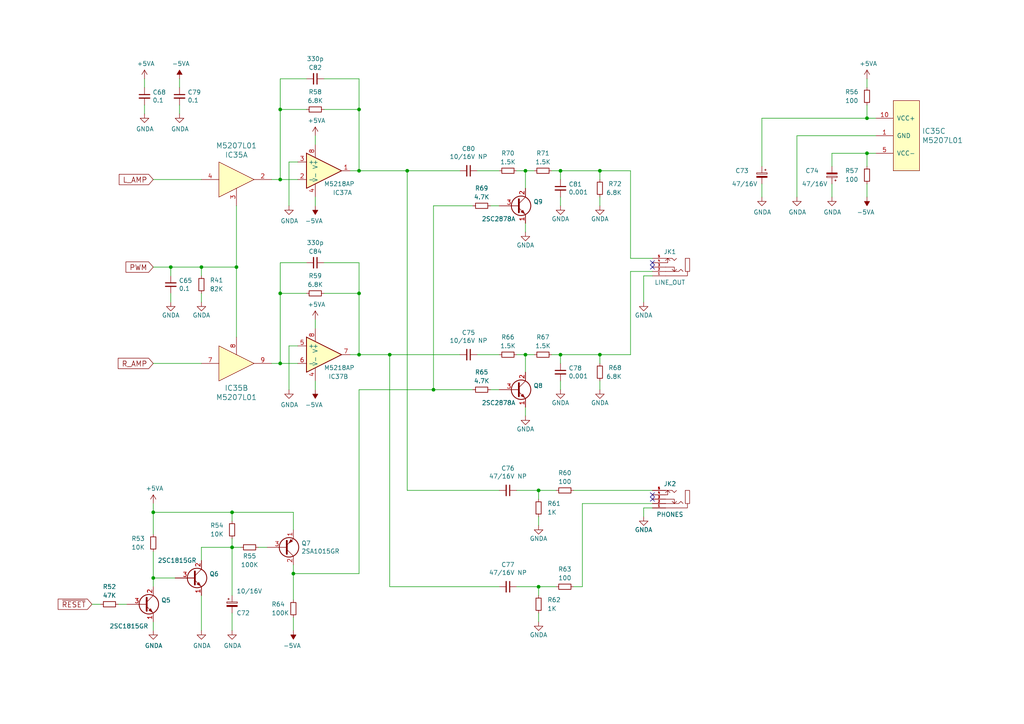
<source format=kicad_sch>
(kicad_sch (version 20211123) (generator eeschema)

  (uuid 6fb81dc6-41d5-4f97-ab8d-08492b739776)

  (paper "A4")

  (title_block
    (title "LAPC-I Clone")
  )

  (lib_symbols
    (symbol "Device:CP_Small" (pin_numbers hide) (pin_names (offset 0.254) hide) (in_bom yes) (on_board yes)
      (property "Reference" "C" (id 0) (at 0.254 1.778 0)
        (effects (font (size 1.27 1.27)) (justify left))
      )
      (property "Value" "Device_CP_Small" (id 1) (at 0.254 -2.032 0)
        (effects (font (size 1.27 1.27)) (justify left))
      )
      (property "Footprint" "" (id 2) (at 0 0 0)
        (effects (font (size 1.27 1.27)) hide)
      )
      (property "Datasheet" "" (id 3) (at 0 0 0)
        (effects (font (size 1.27 1.27)) hide)
      )
      (property "ki_fp_filters" "CP_*" (id 4) (at 0 0 0)
        (effects (font (size 1.27 1.27)) hide)
      )
      (symbol "CP_Small_0_1"
        (rectangle (start -1.524 -0.3048) (end 1.524 -0.6858)
          (stroke (width 0) (type default) (color 0 0 0 0))
          (fill (type outline))
        )
        (rectangle (start -1.524 0.6858) (end 1.524 0.3048)
          (stroke (width 0) (type default) (color 0 0 0 0))
          (fill (type none))
        )
        (polyline
          (pts
            (xy -1.27 1.524)
            (xy -0.762 1.524)
          )
          (stroke (width 0) (type default) (color 0 0 0 0))
          (fill (type none))
        )
        (polyline
          (pts
            (xy -1.016 1.27)
            (xy -1.016 1.778)
          )
          (stroke (width 0) (type default) (color 0 0 0 0))
          (fill (type none))
        )
      )
      (symbol "CP_Small_1_1"
        (pin passive line (at 0 2.54 270) (length 1.8542)
          (name "~" (effects (font (size 1.27 1.27))))
          (number "1" (effects (font (size 1.27 1.27))))
        )
        (pin passive line (at 0 -2.54 90) (length 1.8542)
          (name "~" (effects (font (size 1.27 1.27))))
          (number "2" (effects (font (size 1.27 1.27))))
        )
      )
    )
    (symbol "Device:C_Small" (pin_numbers hide) (pin_names (offset 0.254) hide) (in_bom yes) (on_board yes)
      (property "Reference" "C" (id 0) (at 0.254 1.778 0)
        (effects (font (size 1.27 1.27)) (justify left))
      )
      (property "Value" "C_Small" (id 1) (at 0.254 -2.032 0)
        (effects (font (size 1.27 1.27)) (justify left))
      )
      (property "Footprint" "" (id 2) (at 0 0 0)
        (effects (font (size 1.27 1.27)) hide)
      )
      (property "Datasheet" "~" (id 3) (at 0 0 0)
        (effects (font (size 1.27 1.27)) hide)
      )
      (property "ki_keywords" "capacitor cap" (id 4) (at 0 0 0)
        (effects (font (size 1.27 1.27)) hide)
      )
      (property "ki_description" "Unpolarized capacitor, small symbol" (id 5) (at 0 0 0)
        (effects (font (size 1.27 1.27)) hide)
      )
      (property "ki_fp_filters" "C_*" (id 6) (at 0 0 0)
        (effects (font (size 1.27 1.27)) hide)
      )
      (symbol "C_Small_0_1"
        (polyline
          (pts
            (xy -1.524 -0.508)
            (xy 1.524 -0.508)
          )
          (stroke (width 0.3302) (type default) (color 0 0 0 0))
          (fill (type none))
        )
        (polyline
          (pts
            (xy -1.524 0.508)
            (xy 1.524 0.508)
          )
          (stroke (width 0.3048) (type default) (color 0 0 0 0))
          (fill (type none))
        )
      )
      (symbol "C_Small_1_1"
        (pin passive line (at 0 2.54 270) (length 2.032)
          (name "~" (effects (font (size 1.27 1.27))))
          (number "1" (effects (font (size 1.27 1.27))))
        )
        (pin passive line (at 0 -2.54 90) (length 2.032)
          (name "~" (effects (font (size 1.27 1.27))))
          (number "2" (effects (font (size 1.27 1.27))))
        )
      )
    )
    (symbol "Device:Q_NPN_ECB" (pin_names (offset 0) hide) (in_bom yes) (on_board yes)
      (property "Reference" "Q" (id 0) (at 5.08 1.27 0)
        (effects (font (size 1.27 1.27)) (justify left))
      )
      (property "Value" "Q_NPN_ECB" (id 1) (at 5.08 -1.27 0)
        (effects (font (size 1.27 1.27)) (justify left))
      )
      (property "Footprint" "" (id 2) (at 5.08 2.54 0)
        (effects (font (size 1.27 1.27)) hide)
      )
      (property "Datasheet" "~" (id 3) (at 0 0 0)
        (effects (font (size 1.27 1.27)) hide)
      )
      (property "ki_keywords" "transistor NPN" (id 4) (at 0 0 0)
        (effects (font (size 1.27 1.27)) hide)
      )
      (property "ki_description" "NPN transistor, emitter/collector/base" (id 5) (at 0 0 0)
        (effects (font (size 1.27 1.27)) hide)
      )
      (symbol "Q_NPN_ECB_0_1"
        (polyline
          (pts
            (xy 0.635 0.635)
            (xy 2.54 2.54)
          )
          (stroke (width 0) (type default) (color 0 0 0 0))
          (fill (type none))
        )
        (polyline
          (pts
            (xy 0.635 -0.635)
            (xy 2.54 -2.54)
            (xy 2.54 -2.54)
          )
          (stroke (width 0) (type default) (color 0 0 0 0))
          (fill (type none))
        )
        (polyline
          (pts
            (xy 0.635 1.905)
            (xy 0.635 -1.905)
            (xy 0.635 -1.905)
          )
          (stroke (width 0.508) (type default) (color 0 0 0 0))
          (fill (type none))
        )
        (polyline
          (pts
            (xy 1.27 -1.778)
            (xy 1.778 -1.27)
            (xy 2.286 -2.286)
            (xy 1.27 -1.778)
            (xy 1.27 -1.778)
          )
          (stroke (width 0) (type default) (color 0 0 0 0))
          (fill (type outline))
        )
        (circle (center 1.27 0) (radius 2.8194)
          (stroke (width 0.254) (type default) (color 0 0 0 0))
          (fill (type none))
        )
      )
      (symbol "Q_NPN_ECB_1_1"
        (pin passive line (at 2.54 -5.08 90) (length 2.54)
          (name "E" (effects (font (size 1.27 1.27))))
          (number "1" (effects (font (size 1.27 1.27))))
        )
        (pin passive line (at 2.54 5.08 270) (length 2.54)
          (name "C" (effects (font (size 1.27 1.27))))
          (number "2" (effects (font (size 1.27 1.27))))
        )
        (pin passive line (at -5.08 0 0) (length 5.715)
          (name "B" (effects (font (size 1.27 1.27))))
          (number "3" (effects (font (size 1.27 1.27))))
        )
      )
    )
    (symbol "Device:Q_PNP_ECB" (pin_names (offset 0) hide) (in_bom yes) (on_board yes)
      (property "Reference" "Q" (id 0) (at 5.08 1.27 0)
        (effects (font (size 1.27 1.27)) (justify left))
      )
      (property "Value" "Q_PNP_ECB" (id 1) (at 5.08 -1.27 0)
        (effects (font (size 1.27 1.27)) (justify left))
      )
      (property "Footprint" "" (id 2) (at 5.08 2.54 0)
        (effects (font (size 1.27 1.27)) hide)
      )
      (property "Datasheet" "~" (id 3) (at 0 0 0)
        (effects (font (size 1.27 1.27)) hide)
      )
      (property "ki_keywords" "transistor PNP" (id 4) (at 0 0 0)
        (effects (font (size 1.27 1.27)) hide)
      )
      (property "ki_description" "PNP transistor, emitter/collector/base" (id 5) (at 0 0 0)
        (effects (font (size 1.27 1.27)) hide)
      )
      (symbol "Q_PNP_ECB_0_1"
        (polyline
          (pts
            (xy 0.635 0.635)
            (xy 2.54 2.54)
          )
          (stroke (width 0) (type default) (color 0 0 0 0))
          (fill (type none))
        )
        (polyline
          (pts
            (xy 0.635 -0.635)
            (xy 2.54 -2.54)
            (xy 2.54 -2.54)
          )
          (stroke (width 0) (type default) (color 0 0 0 0))
          (fill (type none))
        )
        (polyline
          (pts
            (xy 0.635 1.905)
            (xy 0.635 -1.905)
            (xy 0.635 -1.905)
          )
          (stroke (width 0.508) (type default) (color 0 0 0 0))
          (fill (type none))
        )
        (polyline
          (pts
            (xy 2.286 -1.778)
            (xy 1.778 -2.286)
            (xy 1.27 -1.27)
            (xy 2.286 -1.778)
            (xy 2.286 -1.778)
          )
          (stroke (width 0) (type default) (color 0 0 0 0))
          (fill (type outline))
        )
        (circle (center 1.27 0) (radius 2.8194)
          (stroke (width 0.254) (type default) (color 0 0 0 0))
          (fill (type none))
        )
      )
      (symbol "Q_PNP_ECB_1_1"
        (pin passive line (at 2.54 -5.08 90) (length 2.54)
          (name "E" (effects (font (size 1.27 1.27))))
          (number "1" (effects (font (size 1.27 1.27))))
        )
        (pin passive line (at 2.54 5.08 270) (length 2.54)
          (name "C" (effects (font (size 1.27 1.27))))
          (number "2" (effects (font (size 1.27 1.27))))
        )
        (pin input line (at -5.08 0 0) (length 5.715)
          (name "B" (effects (font (size 1.27 1.27))))
          (number "3" (effects (font (size 1.27 1.27))))
        )
      )
    )
    (symbol "Device:R_Small" (pin_numbers hide) (pin_names (offset 0.254) hide) (in_bom yes) (on_board yes)
      (property "Reference" "R" (id 0) (at 0.762 0.508 0)
        (effects (font (size 1.27 1.27)) (justify left))
      )
      (property "Value" "R_Small" (id 1) (at 0.762 -1.016 0)
        (effects (font (size 1.27 1.27)) (justify left))
      )
      (property "Footprint" "" (id 2) (at 0 0 0)
        (effects (font (size 1.27 1.27)) hide)
      )
      (property "Datasheet" "~" (id 3) (at 0 0 0)
        (effects (font (size 1.27 1.27)) hide)
      )
      (property "ki_keywords" "R resistor" (id 4) (at 0 0 0)
        (effects (font (size 1.27 1.27)) hide)
      )
      (property "ki_description" "Resistor, small symbol" (id 5) (at 0 0 0)
        (effects (font (size 1.27 1.27)) hide)
      )
      (property "ki_fp_filters" "R_*" (id 6) (at 0 0 0)
        (effects (font (size 1.27 1.27)) hide)
      )
      (symbol "R_Small_0_1"
        (rectangle (start -0.762 1.778) (end 0.762 -1.778)
          (stroke (width 0.2032) (type default) (color 0 0 0 0))
          (fill (type none))
        )
      )
      (symbol "R_Small_1_1"
        (pin passive line (at 0 2.54 270) (length 0.762)
          (name "~" (effects (font (size 1.27 1.27))))
          (number "1" (effects (font (size 1.27 1.27))))
        )
        (pin passive line (at 0 -2.54 90) (length 0.762)
          (name "~" (effects (font (size 1.27 1.27))))
          (number "2" (effects (font (size 1.27 1.27))))
        )
      )
    )
    (symbol "lapci_clone:JACK_6P" (pin_names (offset 1.016)) (in_bom yes) (on_board yes)
      (property "Reference" "J" (id 0) (at 0 -3.81 0)
        (effects (font (size 1.27 1.27)))
      )
      (property "Value" "JACK_6P" (id 1) (at 0 5.08 0)
        (effects (font (size 1.27 1.27)))
      )
      (property "Footprint" "" (id 2) (at -1.905 -2.54 0)
        (effects (font (size 1.27 1.27)))
      )
      (property "Datasheet" "" (id 3) (at -1.905 -2.54 0)
        (effects (font (size 1.27 1.27)))
      )
      (symbol "JACK_6P_0_1"
        (rectangle (start -5.715 1.905) (end -4.445 -1.905)
          (stroke (width 0) (type default) (color 0 0 0 0))
          (fill (type none))
        )
        (polyline
          (pts
            (xy -1.27 1.905)
            (xy -1.905 1.27)
          )
          (stroke (width 0) (type default) (color 0 0 0 0))
          (fill (type none))
        )
        (polyline
          (pts
            (xy -1.27 1.905)
            (xy -0.635 1.27)
          )
          (stroke (width 0) (type default) (color 0 0 0 0))
          (fill (type none))
        )
        (polyline
          (pts
            (xy -0.635 -1.905)
            (xy 1.27 -1.905)
          )
          (stroke (width 0) (type default) (color 0 0 0 0))
          (fill (type none))
        )
        (polyline
          (pts
            (xy 0 -1.27)
            (xy 0.635 -1.905)
          )
          (stroke (width 0) (type default) (color 0 0 0 0))
          (fill (type none))
        )
        (polyline
          (pts
            (xy -5.08 1.905)
            (xy -5.08 3.175)
            (xy 1.27 3.175)
          )
          (stroke (width 0) (type default) (color 0 0 0 0))
          (fill (type none))
        )
        (polyline
          (pts
            (xy -1.27 1.905)
            (xy -1.27 0.635)
            (xy 1.27 0.635)
          )
          (stroke (width 0) (type default) (color 0 0 0 0))
          (fill (type none))
        )
        (polyline
          (pts
            (xy -0.635 -1.905)
            (xy -1.27 -1.27)
            (xy -1.905 -1.905)
          )
          (stroke (width 0) (type default) (color 0 0 0 0))
          (fill (type none))
        )
        (polyline
          (pts
            (xy -3.81 1.905)
            (xy -3.175 1.27)
            (xy -2.54 1.905)
            (xy 1.27 1.905)
          )
          (stroke (width 0) (type default) (color 0 0 0 0))
          (fill (type none))
        )
        (polyline
          (pts
            (xy 1.27 -0.635)
            (xy 0.635 -0.635)
            (xy 0.635 -1.905)
            (xy 1.27 -1.27)
          )
          (stroke (width 0) (type default) (color 0 0 0 0))
          (fill (type none))
        )
      )
      (symbol "JACK_6P_1_1"
        (pin passive line (at 5.08 3.175 180) (length 3.81)
          (name "~" (effects (font (size 0.635 0.635))))
          (number "1" (effects (font (size 0.635 0.635))))
        )
        (pin passive line (at 5.08 1.905 180) (length 3.81)
          (name "~" (effects (font (size 0.635 0.635))))
          (number "2" (effects (font (size 0.635 0.635))))
        )
        (pin passive line (at 5.08 0.635 180) (length 3.81)
          (name "~" (effects (font (size 0.635 0.635))))
          (number "3" (effects (font (size 0.635 0.635))))
        )
        (pin passive line (at 5.08 -0.635 180) (length 3.81)
          (name "~" (effects (font (size 0.635 0.635))))
          (number "4" (effects (font (size 0.635 0.635))))
        )
        (pin passive line (at 5.08 -1.905 180) (length 3.81)
          (name "~" (effects (font (size 0.635 0.635))))
          (number "5" (effects (font (size 0.635 0.635))))
        )
      )
    )
    (symbol "lapci_clone:M5207L01" (pin_names (offset 1.016)) (in_bom yes) (on_board yes)
      (property "Reference" "U" (id 0) (at 8.89 3.81 0)
        (effects (font (size 1.524 1.524)))
      )
      (property "Value" "M5207L01" (id 1) (at 10.16 -5.08 0)
        (effects (font (size 1.524 1.524)))
      )
      (property "Footprint" "lapci_clone:SIP10_Housing" (id 2) (at 0 0 0)
        (effects (font (size 1.524 1.524)) hide)
      )
      (property "Datasheet" "" (id 3) (at 0 0 0)
        (effects (font (size 1.524 1.524)) hide)
      )
      (property "ki_locked" "" (id 4) (at 0 0 0)
        (effects (font (size 1.27 1.27)))
      )
      (property "ki_fp_filters" "SIP10" (id 5) (at 0 0 0)
        (effects (font (size 1.27 1.27)) hide)
      )
      (symbol "M5207L01_1_1"
        (polyline
          (pts
            (xy 0 5.08)
            (xy 0 -5.08)
            (xy 10.16 0)
            (xy 0 5.08)
          )
          (stroke (width 0) (type default) (color 0 0 0 0))
          (fill (type background))
        )
        (pin output line (at 15.24 0 180) (length 5.08)
          (name "~" (effects (font (size 1.27 1.27))))
          (number "2" (effects (font (size 1.27 1.27))))
        )
        (pin input line (at 5.08 7.62 270) (length 5.08)
          (name "~" (effects (font (size 1.27 1.27))))
          (number "3" (effects (font (size 1.27 1.27))))
        )
        (pin input line (at -5.08 0 0) (length 5.08)
          (name "~" (effects (font (size 1.27 1.27))))
          (number "4" (effects (font (size 1.27 1.27))))
        )
      )
      (symbol "M5207L01_2_1"
        (polyline
          (pts
            (xy 0 5.08)
            (xy 0 -5.08)
            (xy 10.16 0)
            (xy 0 5.08)
          )
          (stroke (width 0) (type default) (color 0 0 0 0))
          (fill (type background))
        )
        (pin input line (at -5.08 0 0) (length 5.08)
          (name "~" (effects (font (size 1.27 1.27))))
          (number "7" (effects (font (size 1.27 1.27))))
        )
        (pin input line (at 5.08 7.62 270) (length 5.08)
          (name "~" (effects (font (size 1.27 1.27))))
          (number "8" (effects (font (size 1.27 1.27))))
        )
        (pin output line (at 15.24 0 180) (length 5.08)
          (name "~" (effects (font (size 1.27 1.27))))
          (number "9" (effects (font (size 1.27 1.27))))
        )
      )
      (symbol "M5207L01_3_1"
        (rectangle (start -5.08 10.16) (end 2.54 -10.16)
          (stroke (width 0) (type default) (color 0 0 0 0))
          (fill (type background))
        )
        (pin input line (at -10.16 0 0) (length 5.08)
          (name "GND" (effects (font (size 1.27 1.27))))
          (number "1" (effects (font (size 1.27 1.27))))
        )
        (pin input line (at -10.16 5.08 0) (length 5.08)
          (name "VCC+" (effects (font (size 1.27 1.27))))
          (number "10" (effects (font (size 1.27 1.27))))
        )
        (pin input line (at -10.16 -5.08 0) (length 5.08)
          (name "VCC-" (effects (font (size 1.27 1.27))))
          (number "5" (effects (font (size 1.27 1.27))))
        )
      )
    )
    (symbol "lapci_clone:M5218AP" (in_bom yes) (on_board yes)
      (property "Reference" "U" (id 0) (at 0 5.08 0)
        (effects (font (size 1.27 1.27)) (justify left))
      )
      (property "Value" "M5218AP" (id 1) (at 0 -5.08 0)
        (effects (font (size 1.27 1.27)) (justify left))
      )
      (property "Footprint" "Package_DIP:DIP-8_W7.62mm" (id 2) (at -1.27 2.54 0)
        (effects (font (size 1.27 1.27)) hide)
      )
      (property "Datasheet" "" (id 3) (at 1.27 5.08 0)
        (effects (font (size 1.27 1.27)) hide)
      )
      (symbol "M5218AP_0_1"
        (polyline
          (pts
            (xy -5.08 5.08)
            (xy 5.08 0)
            (xy -5.08 -5.08)
            (xy -5.08 5.08)
          )
          (stroke (width 0.254) (type default) (color 0 0 0 0))
          (fill (type background))
        )
        (pin power_in line (at -2.54 -7.62 90) (length 3.81)
          (name "V-" (effects (font (size 1.27 1.27))))
          (number "4" (effects (font (size 1.27 1.27))))
        )
        (pin power_in line (at -2.54 7.62 270) (length 3.81)
          (name "V+" (effects (font (size 1.27 1.27))))
          (number "8" (effects (font (size 1.27 1.27))))
        )
      )
      (symbol "M5218AP_1_1"
        (pin output line (at 7.62 0 180) (length 2.54)
          (name "~" (effects (font (size 1.27 1.27))))
          (number "1" (effects (font (size 1.27 1.27))))
        )
        (pin input line (at -7.62 -2.54 0) (length 2.54)
          (name "-" (effects (font (size 1.27 1.27))))
          (number "2" (effects (font (size 1.27 1.27))))
        )
        (pin input line (at -7.62 2.54 0) (length 2.54)
          (name "+" (effects (font (size 1.27 1.27))))
          (number "3" (effects (font (size 1.27 1.27))))
        )
      )
      (symbol "M5218AP_2_1"
        (pin input line (at -7.62 2.54 0) (length 2.54)
          (name "+" (effects (font (size 1.27 1.27))))
          (number "5" (effects (font (size 1.27 1.27))))
        )
        (pin input line (at -7.62 -2.54 0) (length 2.54)
          (name "-" (effects (font (size 1.27 1.27))))
          (number "6" (effects (font (size 1.27 1.27))))
        )
        (pin output line (at 7.62 0 180) (length 2.54)
          (name "~" (effects (font (size 1.27 1.27))))
          (number "7" (effects (font (size 1.27 1.27))))
        )
      )
    )
    (symbol "power:+5VA" (power) (pin_names (offset 0)) (in_bom yes) (on_board yes)
      (property "Reference" "#PWR" (id 0) (at 0 -3.81 0)
        (effects (font (size 1.27 1.27)) hide)
      )
      (property "Value" "+5VA" (id 1) (at 0 3.556 0)
        (effects (font (size 1.27 1.27)))
      )
      (property "Footprint" "" (id 2) (at 0 0 0)
        (effects (font (size 1.27 1.27)) hide)
      )
      (property "Datasheet" "" (id 3) (at 0 0 0)
        (effects (font (size 1.27 1.27)) hide)
      )
      (property "ki_keywords" "power-flag" (id 4) (at 0 0 0)
        (effects (font (size 1.27 1.27)) hide)
      )
      (property "ki_description" "Power symbol creates a global label with name \"+5VA\"" (id 5) (at 0 0 0)
        (effects (font (size 1.27 1.27)) hide)
      )
      (symbol "+5VA_0_1"
        (polyline
          (pts
            (xy -0.762 1.27)
            (xy 0 2.54)
          )
          (stroke (width 0) (type default) (color 0 0 0 0))
          (fill (type none))
        )
        (polyline
          (pts
            (xy 0 0)
            (xy 0 2.54)
          )
          (stroke (width 0) (type default) (color 0 0 0 0))
          (fill (type none))
        )
        (polyline
          (pts
            (xy 0 2.54)
            (xy 0.762 1.27)
          )
          (stroke (width 0) (type default) (color 0 0 0 0))
          (fill (type none))
        )
      )
      (symbol "+5VA_1_1"
        (pin power_in line (at 0 0 90) (length 0) hide
          (name "+5VA" (effects (font (size 1.27 1.27))))
          (number "1" (effects (font (size 1.27 1.27))))
        )
      )
    )
    (symbol "power:-5VA" (power) (pin_names (offset 0)) (in_bom yes) (on_board yes)
      (property "Reference" "#PWR" (id 0) (at 0 2.54 0)
        (effects (font (size 1.27 1.27)) hide)
      )
      (property "Value" "-5VA" (id 1) (at 0 3.81 0)
        (effects (font (size 1.27 1.27)))
      )
      (property "Footprint" "" (id 2) (at 0 0 0)
        (effects (font (size 1.27 1.27)) hide)
      )
      (property "Datasheet" "" (id 3) (at 0 0 0)
        (effects (font (size 1.27 1.27)) hide)
      )
      (property "ki_keywords" "power-flag" (id 4) (at 0 0 0)
        (effects (font (size 1.27 1.27)) hide)
      )
      (property "ki_description" "Power symbol creates a global label with name \"-5VA\"" (id 5) (at 0 0 0)
        (effects (font (size 1.27 1.27)) hide)
      )
      (symbol "-5VA_0_0"
        (pin power_in line (at 0 0 90) (length 0) hide
          (name "-5VA" (effects (font (size 1.27 1.27))))
          (number "1" (effects (font (size 1.27 1.27))))
        )
      )
      (symbol "-5VA_0_1"
        (polyline
          (pts
            (xy 0 0)
            (xy 0 1.27)
            (xy 0.762 1.27)
            (xy 0 2.54)
            (xy -0.762 1.27)
            (xy 0 1.27)
          )
          (stroke (width 0) (type default) (color 0 0 0 0))
          (fill (type outline))
        )
      )
    )
    (symbol "power:GNDA" (power) (pin_names (offset 0)) (in_bom yes) (on_board yes)
      (property "Reference" "#PWR" (id 0) (at 0 -6.35 0)
        (effects (font (size 1.27 1.27)) hide)
      )
      (property "Value" "GNDA" (id 1) (at 0 -3.81 0)
        (effects (font (size 1.27 1.27)))
      )
      (property "Footprint" "" (id 2) (at 0 0 0)
        (effects (font (size 1.27 1.27)) hide)
      )
      (property "Datasheet" "" (id 3) (at 0 0 0)
        (effects (font (size 1.27 1.27)) hide)
      )
      (property "ki_keywords" "power-flag" (id 4) (at 0 0 0)
        (effects (font (size 1.27 1.27)) hide)
      )
      (property "ki_description" "Power symbol creates a global label with name \"GNDA\" , analog ground" (id 5) (at 0 0 0)
        (effects (font (size 1.27 1.27)) hide)
      )
      (symbol "GNDA_0_1"
        (polyline
          (pts
            (xy 0 0)
            (xy 0 -1.27)
            (xy 1.27 -1.27)
            (xy 0 -2.54)
            (xy -1.27 -1.27)
            (xy 0 -1.27)
          )
          (stroke (width 0) (type default) (color 0 0 0 0))
          (fill (type none))
        )
      )
      (symbol "GNDA_1_1"
        (pin power_in line (at 0 0 270) (length 0) hide
          (name "GNDA" (effects (font (size 1.27 1.27))))
          (number "1" (effects (font (size 1.27 1.27))))
        )
      )
    )
  )

  (junction (at 68.58 77.47) (diameter 0) (color 0 0 0 0)
    (uuid 03590f33-763d-44e7-bd58-7b869bb7ef20)
  )
  (junction (at 49.53 77.47) (diameter 0) (color 0 0 0 0)
    (uuid 0a1ac2c6-8da8-4410-b772-69afa2855077)
  )
  (junction (at 118.11 49.53) (diameter 0) (color 0 0 0 0)
    (uuid 1afdd221-608b-420b-8eb2-861de263adb5)
  )
  (junction (at 81.28 52.07) (diameter 0) (color 0 0 0 0)
    (uuid 2415334a-b998-4d19-a8b5-e60e8af2aff4)
  )
  (junction (at 67.31 148.59) (diameter 0) (color 0 0 0 0)
    (uuid 24c732be-56c7-40ff-a440-789a73d66281)
  )
  (junction (at 104.14 49.53) (diameter 0) (color 0 0 0 0)
    (uuid 2a891096-042c-4004-b161-8bd2c0b59fd7)
  )
  (junction (at 81.28 85.09) (diameter 0) (color 0 0 0 0)
    (uuid 328b655f-3682-4d72-b986-09747092cdfb)
  )
  (junction (at 162.56 49.53) (diameter 0) (color 0 0 0 0)
    (uuid 395c69d5-4334-48e5-8637-2379eafb3eeb)
  )
  (junction (at 113.03 102.87) (diameter 0) (color 0 0 0 0)
    (uuid 408b3778-6552-41b5-9096-89c71f84e5ce)
  )
  (junction (at 152.4 102.87) (diameter 0) (color 0 0 0 0)
    (uuid 4a8c099c-07ef-47db-b188-6f8b7978d1d4)
  )
  (junction (at 125.73 113.03) (diameter 0) (color 0 0 0 0)
    (uuid 5f48357f-c353-4808-811f-74ed7ffaa7c6)
  )
  (junction (at 173.99 102.87) (diameter 0) (color 0 0 0 0)
    (uuid 753c83e3-0e5d-49a7-99fa-14d791ee9328)
  )
  (junction (at 44.45 167.64) (diameter 0) (color 0 0 0 0)
    (uuid 76973292-11cb-4c20-8b65-30d05bb4f01c)
  )
  (junction (at 152.4 49.53) (diameter 0) (color 0 0 0 0)
    (uuid 78ce8c1e-89e0-4419-807a-81faccaa13a1)
  )
  (junction (at 156.21 170.18) (diameter 0) (color 0 0 0 0)
    (uuid 7c1fd6fc-5c53-4ccb-a456-46fe6fc0bc71)
  )
  (junction (at 104.14 31.75) (diameter 0) (color 0 0 0 0)
    (uuid 7eebb937-5634-42da-bd7e-2e0260369d0e)
  )
  (junction (at 156.21 142.24) (diameter 0) (color 0 0 0 0)
    (uuid 899f373a-cf16-4f13-9d21-dfc8f80ca371)
  )
  (junction (at 81.28 105.41) (diameter 0) (color 0 0 0 0)
    (uuid 920d067c-09ea-4120-b810-77cbd11822fb)
  )
  (junction (at 81.28 31.75) (diameter 0) (color 0 0 0 0)
    (uuid 9a17b82f-671a-43cc-889d-8f643334e78c)
  )
  (junction (at 104.14 85.09) (diameter 0) (color 0 0 0 0)
    (uuid 9f289b4a-cc82-473b-9973-1ab4c36355f8)
  )
  (junction (at 173.99 49.53) (diameter 0) (color 0 0 0 0)
    (uuid afbfe9c5-779f-420f-9855-96eed1cd3301)
  )
  (junction (at 44.45 148.59) (diameter 0) (color 0 0 0 0)
    (uuid b0ef56f0-51f0-42df-b28a-72491f7f6bb8)
  )
  (junction (at 67.31 158.75) (diameter 0) (color 0 0 0 0)
    (uuid b8a69dfb-4ff5-4171-8662-f4fd81f9fc4a)
  )
  (junction (at 251.46 44.45) (diameter 0) (color 0 0 0 0)
    (uuid da61999d-a804-4700-a8ed-895bc2af0a31)
  )
  (junction (at 58.42 77.47) (diameter 0) (color 0 0 0 0)
    (uuid dacfc6b2-f197-4446-86ee-d141533404be)
  )
  (junction (at 104.14 102.87) (diameter 0) (color 0 0 0 0)
    (uuid de119e3e-b85f-435d-9e15-bdebccebd1c5)
  )
  (junction (at 162.56 102.87) (diameter 0) (color 0 0 0 0)
    (uuid e04409c2-b3ba-460e-bddc-62e0044901c2)
  )
  (junction (at 251.46 34.29) (diameter 0) (color 0 0 0 0)
    (uuid eab7c737-4450-406f-9f80-b2e18bb45dd6)
  )
  (junction (at 85.09 166.37) (diameter 0) (color 0 0 0 0)
    (uuid f2cb3dc7-19c3-4d39-8479-4368f9d1680c)
  )

  (no_connect (at 189.23 77.47) (uuid 07e820f6-5352-4622-89c6-9dc8d877ae52))
  (no_connect (at 189.23 76.2) (uuid 13d0922b-6304-4dca-bf30-664d82859d66))
  (no_connect (at 189.23 143.51) (uuid 5b1cf420-b469-4a8f-a998-9abdfd8b7687))
  (no_connect (at 189.23 144.78) (uuid 60e61964-6ea7-468c-b4d5-c464c2964fb4))

  (wire (pts (xy 173.99 49.53) (xy 182.88 49.53))
    (stroke (width 0) (type default) (color 0 0 0 0))
    (uuid 044452e8-a3b4-4d08-9835-701cc0a60807)
  )
  (wire (pts (xy 104.14 49.53) (xy 101.6 49.53))
    (stroke (width 0) (type default) (color 0 0 0 0))
    (uuid 05fda319-28dc-4877-8331-02cb10501361)
  )
  (wire (pts (xy 162.56 57.15) (xy 162.56 59.69))
    (stroke (width 0) (type default) (color 0 0 0 0))
    (uuid 0886377c-acad-41ba-a045-1d436eadaaab)
  )
  (wire (pts (xy 93.98 22.86) (xy 104.14 22.86))
    (stroke (width 0) (type default) (color 0 0 0 0))
    (uuid 106f01f3-bf47-4150-bb7b-1a3318a6eb3d)
  )
  (wire (pts (xy 81.28 22.86) (xy 81.28 31.75))
    (stroke (width 0) (type default) (color 0 0 0 0))
    (uuid 10ddf54c-6d59-4755-8fb8-43466141a83a)
  )
  (wire (pts (xy 81.28 76.2) (xy 88.9 76.2))
    (stroke (width 0) (type default) (color 0 0 0 0))
    (uuid 11ccd497-2713-4d03-8a7a-1dbd53fbc1f7)
  )
  (wire (pts (xy 220.98 48.26) (xy 220.98 34.29))
    (stroke (width 0) (type default) (color 0 0 0 0))
    (uuid 126f84ae-523c-4569-b046-7ee124f46a5a)
  )
  (wire (pts (xy 251.46 34.29) (xy 254 34.29))
    (stroke (width 0) (type default) (color 0 0 0 0))
    (uuid 142e2caa-2b2c-4696-83a8-bdbb5b82c7f7)
  )
  (wire (pts (xy 44.45 160.02) (xy 44.45 167.64))
    (stroke (width 0) (type default) (color 0 0 0 0))
    (uuid 16010e58-8aee-45c1-99df-d1cc2bd80779)
  )
  (wire (pts (xy 162.56 102.87) (xy 162.56 105.41))
    (stroke (width 0) (type default) (color 0 0 0 0))
    (uuid 16ea365c-d7f5-4c44-b4c6-7d8ef461a0ca)
  )
  (wire (pts (xy 83.82 100.33) (xy 83.82 113.03))
    (stroke (width 0) (type default) (color 0 0 0 0))
    (uuid 17540f0f-267d-4f0f-8f00-5539a89bd637)
  )
  (wire (pts (xy 125.73 59.69) (xy 125.73 113.03))
    (stroke (width 0) (type default) (color 0 0 0 0))
    (uuid 1c36527b-20ab-4863-8486-3913ee2e57f4)
  )
  (wire (pts (xy 152.4 102.87) (xy 152.4 107.95))
    (stroke (width 0) (type default) (color 0 0 0 0))
    (uuid 2361ed9d-44ac-40c1-ab71-db1419d4ef87)
  )
  (wire (pts (xy 166.37 142.24) (xy 189.23 142.24))
    (stroke (width 0) (type default) (color 0 0 0 0))
    (uuid 23d269d6-d694-442a-bf5d-98bf3544fc31)
  )
  (wire (pts (xy 81.28 105.41) (xy 86.36 105.41))
    (stroke (width 0) (type default) (color 0 0 0 0))
    (uuid 2629f374-664b-4a6a-877f-847eba3a2928)
  )
  (wire (pts (xy 91.44 110.49) (xy 91.44 113.03))
    (stroke (width 0) (type default) (color 0 0 0 0))
    (uuid 26aff78d-1dc4-4822-8817-49ee707b8453)
  )
  (wire (pts (xy 251.46 53.34) (xy 251.46 57.15))
    (stroke (width 0) (type default) (color 0 0 0 0))
    (uuid 28f5d24e-b605-4fad-9e07-a157526f5710)
  )
  (wire (pts (xy 156.21 142.24) (xy 161.29 142.24))
    (stroke (width 0) (type default) (color 0 0 0 0))
    (uuid 2a9ff3d1-92b0-4583-8230-9357a432a3ac)
  )
  (wire (pts (xy 160.02 102.87) (xy 162.56 102.87))
    (stroke (width 0) (type default) (color 0 0 0 0))
    (uuid 2d0a1cd4-a5be-46cc-a28f-17278e9b94e9)
  )
  (wire (pts (xy 149.86 102.87) (xy 152.4 102.87))
    (stroke (width 0) (type default) (color 0 0 0 0))
    (uuid 2d6a4f0e-aa68-4d44-9390-8ea258fa2bc4)
  )
  (wire (pts (xy 91.44 39.37) (xy 91.44 41.91))
    (stroke (width 0) (type default) (color 0 0 0 0))
    (uuid 2e4a6d1a-b585-4ad5-95d8-aff8c32bcfec)
  )
  (wire (pts (xy 104.14 49.53) (xy 118.11 49.53))
    (stroke (width 0) (type default) (color 0 0 0 0))
    (uuid 301727b6-248b-4eb4-8c37-cb369ee1a241)
  )
  (wire (pts (xy 251.46 22.86) (xy 251.46 25.4))
    (stroke (width 0) (type default) (color 0 0 0 0))
    (uuid 3036986f-780f-4e5b-8e4b-4e66acc1e072)
  )
  (wire (pts (xy 186.69 80.01) (xy 186.69 87.63))
    (stroke (width 0) (type default) (color 0 0 0 0))
    (uuid 3191783e-5075-4348-8aac-846f923d21cb)
  )
  (wire (pts (xy 152.4 102.87) (xy 154.94 102.87))
    (stroke (width 0) (type default) (color 0 0 0 0))
    (uuid 31ae1ddb-55f8-4875-b94d-87a4d0c86414)
  )
  (wire (pts (xy 49.53 85.09) (xy 49.53 87.63))
    (stroke (width 0) (type default) (color 0 0 0 0))
    (uuid 3450ae82-42ae-493f-904b-d8b1a09c107a)
  )
  (wire (pts (xy 81.28 52.07) (xy 81.28 31.75))
    (stroke (width 0) (type default) (color 0 0 0 0))
    (uuid 345a9ac1-be31-400b-9c5d-4af388112d4b)
  )
  (wire (pts (xy 58.42 158.75) (xy 67.31 158.75))
    (stroke (width 0) (type default) (color 0 0 0 0))
    (uuid 34e4c084-25ed-4154-b584-44597cd86748)
  )
  (wire (pts (xy 186.69 147.32) (xy 189.23 147.32))
    (stroke (width 0) (type default) (color 0 0 0 0))
    (uuid 389820b3-dc0f-41a8-9487-f37594ec848d)
  )
  (wire (pts (xy 104.14 102.87) (xy 101.6 102.87))
    (stroke (width 0) (type default) (color 0 0 0 0))
    (uuid 3bd1d24a-0ba6-444e-896e-ab4ac7dd5127)
  )
  (wire (pts (xy 26.67 175.26) (xy 29.21 175.26))
    (stroke (width 0) (type default) (color 0 0 0 0))
    (uuid 3c847883-a462-4ea9-9466-d1dd1edc5a97)
  )
  (wire (pts (xy 58.42 162.56) (xy 58.42 158.75))
    (stroke (width 0) (type default) (color 0 0 0 0))
    (uuid 3f4ca593-2b3f-4c1d-83fb-6afbc1dc83bd)
  )
  (wire (pts (xy 91.44 57.15) (xy 91.44 59.69))
    (stroke (width 0) (type default) (color 0 0 0 0))
    (uuid 42dd1fad-d6e1-4a22-bcd7-61c29a70aea6)
  )
  (wire (pts (xy 81.28 76.2) (xy 81.28 85.09))
    (stroke (width 0) (type default) (color 0 0 0 0))
    (uuid 46c31fef-8b6d-4892-b7d6-1b9818ed82f5)
  )
  (wire (pts (xy 149.86 49.53) (xy 152.4 49.53))
    (stroke (width 0) (type default) (color 0 0 0 0))
    (uuid 49389a66-8741-452b-8284-834f65c51e1b)
  )
  (wire (pts (xy 118.11 49.53) (xy 118.11 142.24))
    (stroke (width 0) (type default) (color 0 0 0 0))
    (uuid 49edae70-5dd4-4020-bb66-e19aaf00297f)
  )
  (wire (pts (xy 241.3 53.34) (xy 241.3 57.15))
    (stroke (width 0) (type default) (color 0 0 0 0))
    (uuid 4b9a4b22-a241-4855-9d5c-4ff2f9005b1b)
  )
  (wire (pts (xy 137.16 59.69) (xy 125.73 59.69))
    (stroke (width 0) (type default) (color 0 0 0 0))
    (uuid 4c756fc2-8fde-4459-8921-e1db5a89f1ba)
  )
  (wire (pts (xy 104.14 85.09) (xy 104.14 102.87))
    (stroke (width 0) (type default) (color 0 0 0 0))
    (uuid 4e26d1df-a557-446c-8724-16a2959e6714)
  )
  (wire (pts (xy 241.3 44.45) (xy 251.46 44.45))
    (stroke (width 0) (type default) (color 0 0 0 0))
    (uuid 4e72994f-410e-42ab-a8f9-f801527ca6d0)
  )
  (wire (pts (xy 173.99 110.49) (xy 173.99 113.03))
    (stroke (width 0) (type default) (color 0 0 0 0))
    (uuid 4ed59335-4075-4e12-a596-bab87aafc796)
  )
  (wire (pts (xy 220.98 53.34) (xy 220.98 57.15))
    (stroke (width 0) (type default) (color 0 0 0 0))
    (uuid 4f69bb40-cbf2-45c5-8c23-3e0667e1f6c1)
  )
  (wire (pts (xy 152.4 49.53) (xy 154.94 49.53))
    (stroke (width 0) (type default) (color 0 0 0 0))
    (uuid 5126ac84-dc56-4e60-b120-fd81ef65886b)
  )
  (wire (pts (xy 81.28 22.86) (xy 88.9 22.86))
    (stroke (width 0) (type default) (color 0 0 0 0))
    (uuid 537c2196-fe60-48a5-847c-84653e479b38)
  )
  (wire (pts (xy 144.78 102.87) (xy 138.43 102.87))
    (stroke (width 0) (type default) (color 0 0 0 0))
    (uuid 539ff21e-64a5-4d0a-a3c6-87ad104f3729)
  )
  (wire (pts (xy 49.53 80.01) (xy 49.53 77.47))
    (stroke (width 0) (type default) (color 0 0 0 0))
    (uuid 53d63574-d294-4160-8943-1f901b80728f)
  )
  (wire (pts (xy 67.31 177.8) (xy 67.31 182.88))
    (stroke (width 0) (type default) (color 0 0 0 0))
    (uuid 5498fdb6-915a-4445-8b00-6524ae4d6c27)
  )
  (wire (pts (xy 44.45 105.41) (xy 58.42 105.41))
    (stroke (width 0) (type default) (color 0 0 0 0))
    (uuid 56b75d3c-fa69-4f57-9aa5-64cfbf200c32)
  )
  (wire (pts (xy 160.02 49.53) (xy 162.56 49.53))
    (stroke (width 0) (type default) (color 0 0 0 0))
    (uuid 584c482d-1251-462e-825c-3a0578bafc6d)
  )
  (wire (pts (xy 85.09 166.37) (xy 85.09 173.99))
    (stroke (width 0) (type default) (color 0 0 0 0))
    (uuid 5900b9d3-f54e-4689-953a-e125f5f9fa71)
  )
  (wire (pts (xy 189.23 74.93) (xy 182.88 74.93))
    (stroke (width 0) (type default) (color 0 0 0 0))
    (uuid 5b6a8d92-8f02-4344-a7df-ac07f7a6431e)
  )
  (wire (pts (xy 241.3 48.26) (xy 241.3 44.45))
    (stroke (width 0) (type default) (color 0 0 0 0))
    (uuid 5c16107e-b60f-4f98-bbed-8abfeb5d4011)
  )
  (wire (pts (xy 142.24 113.03) (xy 144.78 113.03))
    (stroke (width 0) (type default) (color 0 0 0 0))
    (uuid 61e795c9-5bb5-48b3-b7a0-cb64f04c7adc)
  )
  (wire (pts (xy 67.31 156.21) (xy 67.31 158.75))
    (stroke (width 0) (type default) (color 0 0 0 0))
    (uuid 644a2620-03c0-4432-a2a3-b8177b485182)
  )
  (wire (pts (xy 68.58 77.47) (xy 68.58 97.79))
    (stroke (width 0) (type default) (color 0 0 0 0))
    (uuid 66f97120-6c7e-441a-9997-acbf3e610e6e)
  )
  (wire (pts (xy 85.09 148.59) (xy 85.09 153.67))
    (stroke (width 0) (type default) (color 0 0 0 0))
    (uuid 6b732b9b-51f6-479d-b29b-3f7cb9c273ef)
  )
  (wire (pts (xy 44.45 170.18) (xy 44.45 167.64))
    (stroke (width 0) (type default) (color 0 0 0 0))
    (uuid 6d4e5957-6764-40d7-9d3e-e16ba095c79a)
  )
  (wire (pts (xy 67.31 158.75) (xy 69.85 158.75))
    (stroke (width 0) (type default) (color 0 0 0 0))
    (uuid 729e0aa9-1770-4b96-8a01-af601278faec)
  )
  (wire (pts (xy 44.45 180.34) (xy 44.45 182.88))
    (stroke (width 0) (type default) (color 0 0 0 0))
    (uuid 73e2a101-0bc0-414b-9aa7-7eeb8a3caef1)
  )
  (wire (pts (xy 49.53 77.47) (xy 44.45 77.47))
    (stroke (width 0) (type default) (color 0 0 0 0))
    (uuid 741e6598-04b9-4005-a079-9081c23103ab)
  )
  (wire (pts (xy 168.91 146.05) (xy 189.23 146.05))
    (stroke (width 0) (type default) (color 0 0 0 0))
    (uuid 75fcab2b-759b-4221-b3ed-5bcbea1afb05)
  )
  (wire (pts (xy 162.56 110.49) (xy 162.56 113.03))
    (stroke (width 0) (type default) (color 0 0 0 0))
    (uuid 7614d1b3-3ead-4914-90b1-e5e05187dd06)
  )
  (wire (pts (xy 78.74 105.41) (xy 81.28 105.41))
    (stroke (width 0) (type default) (color 0 0 0 0))
    (uuid 771145ed-2e00-4172-ac95-37a36c6a35ce)
  )
  (wire (pts (xy 251.46 44.45) (xy 254 44.45))
    (stroke (width 0) (type default) (color 0 0 0 0))
    (uuid 7759bcaf-350b-4897-a675-aaf4fb3e75fe)
  )
  (wire (pts (xy 149.86 142.24) (xy 156.21 142.24))
    (stroke (width 0) (type default) (color 0 0 0 0))
    (uuid 77b09fa1-fbbb-49ab-94c4-069660b694ff)
  )
  (wire (pts (xy 67.31 151.13) (xy 67.31 148.59))
    (stroke (width 0) (type default) (color 0 0 0 0))
    (uuid 7847981b-5502-41f3-9413-b29fe20c5b32)
  )
  (wire (pts (xy 156.21 149.86) (xy 156.21 152.4))
    (stroke (width 0) (type default) (color 0 0 0 0))
    (uuid 7ab2c56a-308f-45dd-b534-f28d44e59352)
  )
  (wire (pts (xy 220.98 34.29) (xy 251.46 34.29))
    (stroke (width 0) (type default) (color 0 0 0 0))
    (uuid 7d4fcb23-c914-48df-941d-94cf5f1f85b5)
  )
  (wire (pts (xy 254 39.37) (xy 231.14 39.37))
    (stroke (width 0) (type default) (color 0 0 0 0))
    (uuid 7da919a6-904e-41c7-b0f6-91d865a93890)
  )
  (wire (pts (xy 166.37 170.18) (xy 168.91 170.18))
    (stroke (width 0) (type default) (color 0 0 0 0))
    (uuid 7e038545-c5a5-4131-a49e-7b5043e7ec34)
  )
  (wire (pts (xy 44.45 167.64) (xy 50.8 167.64))
    (stroke (width 0) (type default) (color 0 0 0 0))
    (uuid 7e9c7b14-3332-49ee-a587-5014a80db3f9)
  )
  (wire (pts (xy 58.42 77.47) (xy 68.58 77.47))
    (stroke (width 0) (type default) (color 0 0 0 0))
    (uuid 7efaeda2-e767-44b9-adb2-3a0c3f4d2f1d)
  )
  (wire (pts (xy 186.69 147.32) (xy 186.69 149.86))
    (stroke (width 0) (type default) (color 0 0 0 0))
    (uuid 7f3472d8-b33a-40c5-a248-c96394fd69de)
  )
  (wire (pts (xy 142.24 59.69) (xy 144.78 59.69))
    (stroke (width 0) (type default) (color 0 0 0 0))
    (uuid 81d7db25-c179-4d9d-b74b-6c074422c80f)
  )
  (wire (pts (xy 173.99 52.07) (xy 173.99 49.53))
    (stroke (width 0) (type default) (color 0 0 0 0))
    (uuid 8233de19-691a-4981-9177-f647c5ab854c)
  )
  (wire (pts (xy 78.74 52.07) (xy 81.28 52.07))
    (stroke (width 0) (type default) (color 0 0 0 0))
    (uuid 835ada2e-dc88-46f5-b472-12f6a1e8c9f4)
  )
  (wire (pts (xy 41.91 30.48) (xy 41.91 33.02))
    (stroke (width 0) (type default) (color 0 0 0 0))
    (uuid 869eca01-6daf-4865-b0e8-f32a37e3566c)
  )
  (wire (pts (xy 81.28 52.07) (xy 86.36 52.07))
    (stroke (width 0) (type default) (color 0 0 0 0))
    (uuid 88ec470b-1595-4040-bc2a-91476c84ca2e)
  )
  (wire (pts (xy 162.56 49.53) (xy 162.56 52.07))
    (stroke (width 0) (type default) (color 0 0 0 0))
    (uuid 89f897c4-98dd-4e30-9e76-7ca9bf021cd3)
  )
  (wire (pts (xy 152.4 118.11) (xy 152.4 120.65))
    (stroke (width 0) (type default) (color 0 0 0 0))
    (uuid 8d258870-19f3-4d71-9a3d-1390358a4e5a)
  )
  (wire (pts (xy 182.88 78.74) (xy 182.88 102.87))
    (stroke (width 0) (type default) (color 0 0 0 0))
    (uuid 8de39313-d6b3-49d5-879e-e7c755da7625)
  )
  (wire (pts (xy 44.45 148.59) (xy 44.45 154.94))
    (stroke (width 0) (type default) (color 0 0 0 0))
    (uuid 8e0527a1-64cc-4c21-af5a-5910f4c387cc)
  )
  (wire (pts (xy 86.36 100.33) (xy 83.82 100.33))
    (stroke (width 0) (type default) (color 0 0 0 0))
    (uuid 8f0e1ea6-d278-4117-9e02-aaadcc59362e)
  )
  (wire (pts (xy 182.88 49.53) (xy 182.88 74.93))
    (stroke (width 0) (type default) (color 0 0 0 0))
    (uuid 90871ced-792e-45f5-b74e-584f9a150cb4)
  )
  (wire (pts (xy 81.28 31.75) (xy 88.9 31.75))
    (stroke (width 0) (type default) (color 0 0 0 0))
    (uuid 9421d8ab-ec24-4783-b746-a12fbd00100e)
  )
  (wire (pts (xy 52.07 30.48) (xy 52.07 33.02))
    (stroke (width 0) (type default) (color 0 0 0 0))
    (uuid 95ef63d7-a7a2-4718-a404-714eb6412ee9)
  )
  (wire (pts (xy 68.58 59.69) (xy 68.58 77.47))
    (stroke (width 0) (type default) (color 0 0 0 0))
    (uuid 97208e50-b896-4df8-8da4-ea2fc6b46da5)
  )
  (wire (pts (xy 93.98 76.2) (xy 104.14 76.2))
    (stroke (width 0) (type default) (color 0 0 0 0))
    (uuid 99e5628a-8c61-4f9d-aa6e-5b585271b505)
  )
  (wire (pts (xy 34.29 175.26) (xy 36.83 175.26))
    (stroke (width 0) (type default) (color 0 0 0 0))
    (uuid 9b11964f-5943-49c9-bbf0-08d035779463)
  )
  (wire (pts (xy 156.21 170.18) (xy 156.21 172.72))
    (stroke (width 0) (type default) (color 0 0 0 0))
    (uuid 9cb0289b-897f-4a33-9575-6ead0989832a)
  )
  (wire (pts (xy 104.14 31.75) (xy 104.14 49.53))
    (stroke (width 0) (type default) (color 0 0 0 0))
    (uuid 9cdc04e7-a7c1-410b-8dd7-1b5a287afb98)
  )
  (wire (pts (xy 58.42 85.09) (xy 58.42 87.63))
    (stroke (width 0) (type default) (color 0 0 0 0))
    (uuid 9d1d67aa-bd89-4416-8ff1-ea3aed8edbd3)
  )
  (wire (pts (xy 49.53 77.47) (xy 58.42 77.47))
    (stroke (width 0) (type default) (color 0 0 0 0))
    (uuid 9d221b3b-0bfe-4439-a426-0f2594b9c7bf)
  )
  (wire (pts (xy 173.99 49.53) (xy 162.56 49.53))
    (stroke (width 0) (type default) (color 0 0 0 0))
    (uuid 9f9c31ca-425c-43ab-adfe-2e1ae4fe8686)
  )
  (wire (pts (xy 156.21 144.78) (xy 156.21 142.24))
    (stroke (width 0) (type default) (color 0 0 0 0))
    (uuid a0d41751-5d18-4c9f-b863-fe47b2319611)
  )
  (wire (pts (xy 81.28 85.09) (xy 88.9 85.09))
    (stroke (width 0) (type default) (color 0 0 0 0))
    (uuid a27ad806-2f49-493b-a712-5cefb34fea4e)
  )
  (wire (pts (xy 137.16 113.03) (xy 125.73 113.03))
    (stroke (width 0) (type default) (color 0 0 0 0))
    (uuid a4813917-c395-4e03-b658-4133a12249cd)
  )
  (wire (pts (xy 41.91 22.86) (xy 41.91 25.4))
    (stroke (width 0) (type default) (color 0 0 0 0))
    (uuid a4f92507-f2b3-4f75-987d-55004c3588b9)
  )
  (wire (pts (xy 93.98 31.75) (xy 104.14 31.75))
    (stroke (width 0) (type default) (color 0 0 0 0))
    (uuid a5e5a32b-d259-4833-9676-56ada82e83c2)
  )
  (wire (pts (xy 74.93 158.75) (xy 77.47 158.75))
    (stroke (width 0) (type default) (color 0 0 0 0))
    (uuid a97a52d6-fe14-4f06-b35e-2dc42532437e)
  )
  (wire (pts (xy 85.09 163.83) (xy 85.09 166.37))
    (stroke (width 0) (type default) (color 0 0 0 0))
    (uuid ab5db7e5-9de7-449f-b70b-9d0dd610b10b)
  )
  (wire (pts (xy 149.86 170.18) (xy 156.21 170.18))
    (stroke (width 0) (type default) (color 0 0 0 0))
    (uuid afd59d07-bfd6-4bc9-8176-e0ddec1872a1)
  )
  (wire (pts (xy 52.07 22.86) (xy 52.07 25.4))
    (stroke (width 0) (type default) (color 0 0 0 0))
    (uuid b0150d2b-85b3-4331-b915-3086266e149b)
  )
  (wire (pts (xy 173.99 102.87) (xy 182.88 102.87))
    (stroke (width 0) (type default) (color 0 0 0 0))
    (uuid b34ce9ce-d270-4842-8d95-94720e40d3ca)
  )
  (wire (pts (xy 231.14 39.37) (xy 231.14 57.15))
    (stroke (width 0) (type default) (color 0 0 0 0))
    (uuid b748f219-0f44-41d7-bcf2-9a96e7f8b594)
  )
  (wire (pts (xy 81.28 105.41) (xy 81.28 85.09))
    (stroke (width 0) (type default) (color 0 0 0 0))
    (uuid b81cd904-69d1-4c8b-81f2-302fdf1cfeb0)
  )
  (wire (pts (xy 173.99 105.41) (xy 173.99 102.87))
    (stroke (width 0) (type default) (color 0 0 0 0))
    (uuid bba52ae1-2c60-4612-b640-b785ed4cdd7e)
  )
  (wire (pts (xy 118.11 49.53) (xy 133.35 49.53))
    (stroke (width 0) (type default) (color 0 0 0 0))
    (uuid c12eea70-3a89-4f4e-bec5-6645406eead7)
  )
  (wire (pts (xy 104.14 76.2) (xy 104.14 85.09))
    (stroke (width 0) (type default) (color 0 0 0 0))
    (uuid c7050574-27e1-4a80-9dab-24805663409e)
  )
  (wire (pts (xy 144.78 49.53) (xy 138.43 49.53))
    (stroke (width 0) (type default) (color 0 0 0 0))
    (uuid ca0eab8e-e3fd-464d-bb03-d1603b8a651b)
  )
  (wire (pts (xy 104.14 113.03) (xy 104.14 166.37))
    (stroke (width 0) (type default) (color 0 0 0 0))
    (uuid caefe669-4c1f-4a42-9061-2eea0460c08d)
  )
  (wire (pts (xy 113.03 170.18) (xy 144.78 170.18))
    (stroke (width 0) (type default) (color 0 0 0 0))
    (uuid cda7fe71-fae2-4327-88a1-ff4efc19520d)
  )
  (wire (pts (xy 85.09 179.07) (xy 85.09 182.88))
    (stroke (width 0) (type default) (color 0 0 0 0))
    (uuid d0e144a3-6f5f-4307-ac4c-47637e9032bf)
  )
  (wire (pts (xy 125.73 113.03) (xy 104.14 113.03))
    (stroke (width 0) (type default) (color 0 0 0 0))
    (uuid d2456fb5-2b99-45e1-9d17-eb9a485a3bd3)
  )
  (wire (pts (xy 118.11 142.24) (xy 144.78 142.24))
    (stroke (width 0) (type default) (color 0 0 0 0))
    (uuid d26a8420-78a3-4a9e-b4f4-5a9910f59c4d)
  )
  (wire (pts (xy 152.4 49.53) (xy 152.4 54.61))
    (stroke (width 0) (type default) (color 0 0 0 0))
    (uuid d5605fa7-538d-473c-8da8-4e6409672b1d)
  )
  (wire (pts (xy 251.46 30.48) (xy 251.46 34.29))
    (stroke (width 0) (type default) (color 0 0 0 0))
    (uuid d5926ae5-e972-4dcc-8335-d8bd16db6dbc)
  )
  (wire (pts (xy 251.46 48.26) (xy 251.46 44.45))
    (stroke (width 0) (type default) (color 0 0 0 0))
    (uuid d6c6796b-c630-4de8-9473-cbbc978a0a21)
  )
  (wire (pts (xy 67.31 148.59) (xy 44.45 148.59))
    (stroke (width 0) (type default) (color 0 0 0 0))
    (uuid d6dd0f16-8940-44d4-96ec-2f3144e7eef5)
  )
  (wire (pts (xy 113.03 102.87) (xy 113.03 170.18))
    (stroke (width 0) (type default) (color 0 0 0 0))
    (uuid d9fdb0f1-e046-40fb-9db7-42844093657b)
  )
  (wire (pts (xy 156.21 170.18) (xy 161.29 170.18))
    (stroke (width 0) (type default) (color 0 0 0 0))
    (uuid dbe6edc1-ee1c-41ad-b94e-6a468b80b874)
  )
  (wire (pts (xy 186.69 80.01) (xy 189.23 80.01))
    (stroke (width 0) (type default) (color 0 0 0 0))
    (uuid ddb83956-0781-4967-adf3-cb27a82b32ef)
  )
  (wire (pts (xy 86.36 46.99) (xy 83.82 46.99))
    (stroke (width 0) (type default) (color 0 0 0 0))
    (uuid e0441cbd-426e-47d4-952b-8c03883e1f7a)
  )
  (wire (pts (xy 93.98 85.09) (xy 104.14 85.09))
    (stroke (width 0) (type default) (color 0 0 0 0))
    (uuid e096fb6c-9c86-457b-8f2e-4be4f1ee308e)
  )
  (wire (pts (xy 58.42 77.47) (xy 58.42 80.01))
    (stroke (width 0) (type default) (color 0 0 0 0))
    (uuid e12656ad-962f-4bd5-a35d-a45aa6b4e27e)
  )
  (wire (pts (xy 173.99 57.15) (xy 173.99 59.69))
    (stroke (width 0) (type default) (color 0 0 0 0))
    (uuid e1640c92-0a7b-4990-ae42-e9436c2a460d)
  )
  (wire (pts (xy 67.31 158.75) (xy 67.31 172.72))
    (stroke (width 0) (type default) (color 0 0 0 0))
    (uuid e31b63b1-e50c-436f-8b2d-c664bc43a016)
  )
  (wire (pts (xy 85.09 166.37) (xy 104.14 166.37))
    (stroke (width 0) (type default) (color 0 0 0 0))
    (uuid e584287a-6232-40cf-a082-8dea5986b945)
  )
  (wire (pts (xy 58.42 172.72) (xy 58.42 182.88))
    (stroke (width 0) (type default) (color 0 0 0 0))
    (uuid e91ad237-6778-4565-a41c-5451c22b839e)
  )
  (wire (pts (xy 104.14 22.86) (xy 104.14 31.75))
    (stroke (width 0) (type default) (color 0 0 0 0))
    (uuid e9862dd4-26d2-4ddd-91fc-972d848045f5)
  )
  (wire (pts (xy 83.82 46.99) (xy 83.82 59.69))
    (stroke (width 0) (type default) (color 0 0 0 0))
    (uuid ebeadaad-fbad-490e-b1e8-497ced7ea37f)
  )
  (wire (pts (xy 113.03 102.87) (xy 133.35 102.87))
    (stroke (width 0) (type default) (color 0 0 0 0))
    (uuid ec51372b-772c-40c6-ad58-bf05ad60b91d)
  )
  (wire (pts (xy 91.44 92.71) (xy 91.44 95.25))
    (stroke (width 0) (type default) (color 0 0 0 0))
    (uuid ec7a7d72-678f-4bfb-a06b-17a4d013c413)
  )
  (wire (pts (xy 156.21 177.8) (xy 156.21 180.34))
    (stroke (width 0) (type default) (color 0 0 0 0))
    (uuid f254f8e4-0eca-46a4-a3de-477f70bd6ec4)
  )
  (wire (pts (xy 44.45 52.07) (xy 58.42 52.07))
    (stroke (width 0) (type default) (color 0 0 0 0))
    (uuid f2d404b6-1993-4de0-b78d-3ca9612287c7)
  )
  (wire (pts (xy 104.14 102.87) (xy 113.03 102.87))
    (stroke (width 0) (type default) (color 0 0 0 0))
    (uuid f5ee5341-69c8-428a-a259-66f576fa2d08)
  )
  (wire (pts (xy 173.99 102.87) (xy 162.56 102.87))
    (stroke (width 0) (type default) (color 0 0 0 0))
    (uuid f6c6b658-1bf6-4c26-b6a1-d4c107527951)
  )
  (wire (pts (xy 182.88 78.74) (xy 189.23 78.74))
    (stroke (width 0) (type default) (color 0 0 0 0))
    (uuid f80a85fd-e6d4-41d6-ba9f-12f575651e85)
  )
  (wire (pts (xy 168.91 146.05) (xy 168.91 170.18))
    (stroke (width 0) (type default) (color 0 0 0 0))
    (uuid fa837821-0cb5-4c2d-b2ac-2376f32f5c33)
  )
  (wire (pts (xy 152.4 64.77) (xy 152.4 67.31))
    (stroke (width 0) (type default) (color 0 0 0 0))
    (uuid fb6ae0ae-5f09-42f3-a277-43e9524a252b)
  )
  (wire (pts (xy 67.31 148.59) (xy 85.09 148.59))
    (stroke (width 0) (type default) (color 0 0 0 0))
    (uuid fe36219f-13f1-47e3-b06a-60e954519022)
  )
  (wire (pts (xy 44.45 146.05) (xy 44.45 148.59))
    (stroke (width 0) (type default) (color 0 0 0 0))
    (uuid fe7aa45c-11dc-4d1a-9253-27a0da27aa34)
  )

  (global_label "~{RESET}" (shape input) (at 26.67 175.26 180) (fields_autoplaced)
    (effects (font (size 1.524 1.524)) (justify right))
    (uuid 2ecadc66-69f8-45d0-bf37-af9bed077d19)
    (property "Intersheet References" "${INTERSHEET_REFS}" (id 0) (at 0 0 0)
      (effects (font (size 1.27 1.27)) hide)
    )
  )
  (global_label "R_AMP" (shape input) (at 44.45 105.41 180) (fields_autoplaced)
    (effects (font (size 1.524 1.524)) (justify right))
    (uuid 7b0b2e9d-7b62-4d86-ba92-8de66c2be81f)
    (property "Intersheet References" "${INTERSHEET_REFS}" (id 0) (at 0 0 0)
      (effects (font (size 1.27 1.27)) hide)
    )
  )
  (global_label "PWM" (shape input) (at 44.45 77.47 180) (fields_autoplaced)
    (effects (font (size 1.524 1.524)) (justify right))
    (uuid c355ca51-32bc-4d88-a250-07d5621dd709)
    (property "Intersheet References" "${INTERSHEET_REFS}" (id 0) (at 0 0 0)
      (effects (font (size 1.27 1.27)) hide)
    )
  )
  (global_label "L_AMP" (shape input) (at 44.45 52.07 180) (fields_autoplaced)
    (effects (font (size 1.524 1.524)) (justify right))
    (uuid f37be837-3bee-4441-b239-c214f98ba58a)
    (property "Intersheet References" "${INTERSHEET_REFS}" (id 0) (at 0 0 0)
      (effects (font (size 1.27 1.27)) hide)
    )
  )

  (symbol (lib_id "lapci_clone:JACK_6P") (at 194.31 76.835 180) (unit 1)
    (in_bom yes) (on_board yes)
    (uuid 00000000-0000-0000-0000-00005b413449)
    (property "Reference" "JK1" (id 0) (at 194.31 73.025 0))
    (property "Value" "LINE_OUT" (id 1) (at 194.31 81.915 0))
    (property "Footprint" "lapci_clone:JACK_2.5" (id 2) (at 196.215 74.295 0)
      (effects (font (size 1.27 1.27)) hide)
    )
    (property "Datasheet" "" (id 3) (at 196.215 74.295 0))
    (pin "1" (uuid 5bf89a8b-3c9f-49f9-8f44-f713550b4a01))
    (pin "2" (uuid d89c71a7-2bfc-491c-bbe1-aa4a15a93355))
    (pin "3" (uuid edabd74d-09b2-4c61-b231-7617adad815f))
    (pin "4" (uuid 34fb8779-9a92-44ba-b6c9-7eaf7f2a97bd))
    (pin "5" (uuid 3e2b0c34-16df-493b-9b3e-9e846368f718))
  )

  (symbol (lib_id "power:GNDA") (at 152.4 120.65 0) (unit 1)
    (in_bom yes) (on_board yes)
    (uuid 00000000-0000-0000-0000-00005b41397d)
    (property "Reference" "#PWR0213" (id 0) (at 152.4 127 0)
      (effects (font (size 1.27 1.27)) hide)
    )
    (property "Value" "GNDA" (id 1) (at 152.4 124.46 0))
    (property "Footprint" "" (id 2) (at 152.4 120.65 0)
      (effects (font (size 1.27 1.27)) hide)
    )
    (property "Datasheet" "" (id 3) (at 152.4 120.65 0)
      (effects (font (size 1.27 1.27)) hide)
    )
    (pin "1" (uuid 522dc806-0594-4fc1-97fa-e703f9f8b9ed))
  )

  (symbol (lib_id "lapci_clone:JACK_6P") (at 194.31 144.145 180) (unit 1)
    (in_bom yes) (on_board yes)
    (uuid 00000000-0000-0000-0000-00005b415a43)
    (property "Reference" "JK2" (id 0) (at 194.31 140.335 0))
    (property "Value" "PHONES" (id 1) (at 194.31 149.225 0))
    (property "Footprint" "lapci_clone:JACK_2.5" (id 2) (at 196.215 141.605 0)
      (effects (font (size 1.27 1.27)) hide)
    )
    (property "Datasheet" "" (id 3) (at 196.215 141.605 0))
    (pin "1" (uuid e3eee8f9-1613-4833-bb5a-79ac679c1e54))
    (pin "2" (uuid 3dd1e16d-1f91-4ec3-a799-73756c12b589))
    (pin "3" (uuid 25c96c05-46b7-4668-b923-f7d0753965bc))
    (pin "4" (uuid 396f3a90-886e-4a5e-901a-60137c662841))
    (pin "5" (uuid 90b209e4-4610-4ef2-805f-1f4ba47feaf9))
  )

  (symbol (lib_id "power:GNDA") (at 162.56 113.03 0) (unit 1)
    (in_bom yes) (on_board yes)
    (uuid 00000000-0000-0000-0000-00005b415ead)
    (property "Reference" "#PWR0210" (id 0) (at 162.56 119.38 0)
      (effects (font (size 1.27 1.27)) hide)
    )
    (property "Value" "GNDA" (id 1) (at 162.56 116.84 0))
    (property "Footprint" "" (id 2) (at 162.56 113.03 0)
      (effects (font (size 1.27 1.27)) hide)
    )
    (property "Datasheet" "" (id 3) (at 162.56 113.03 0)
      (effects (font (size 1.27 1.27)) hide)
    )
    (pin "1" (uuid 3dde5de2-a6c8-4294-8a6c-0e6d46692278))
  )

  (symbol (lib_id "power:GNDA") (at 186.69 87.63 0) (unit 1)
    (in_bom yes) (on_board yes)
    (uuid 00000000-0000-0000-0000-00005b415eed)
    (property "Reference" "#PWR0211" (id 0) (at 186.69 93.98 0)
      (effects (font (size 1.27 1.27)) hide)
    )
    (property "Value" "GNDA" (id 1) (at 186.69 91.44 0))
    (property "Footprint" "" (id 2) (at 186.69 87.63 0)
      (effects (font (size 1.27 1.27)) hide)
    )
    (property "Datasheet" "" (id 3) (at 186.69 87.63 0)
      (effects (font (size 1.27 1.27)) hide)
    )
    (pin "1" (uuid abaf3e3f-85ee-4931-b179-3f037cfb2da8))
  )

  (symbol (lib_id "power:GNDA") (at 156.21 152.4 0) (unit 1)
    (in_bom yes) (on_board yes)
    (uuid 00000000-0000-0000-0000-00005b419111)
    (property "Reference" "#PWR0218" (id 0) (at 156.21 158.75 0)
      (effects (font (size 1.27 1.27)) hide)
    )
    (property "Value" "GNDA" (id 1) (at 156.21 156.21 0))
    (property "Footprint" "" (id 2) (at 156.21 152.4 0)
      (effects (font (size 1.27 1.27)) hide)
    )
    (property "Datasheet" "" (id 3) (at 156.21 152.4 0)
      (effects (font (size 1.27 1.27)) hide)
    )
    (pin "1" (uuid b1b628e8-a5a4-4902-96ee-bbe12092cdf7))
  )

  (symbol (lib_id "power:GNDA") (at 156.21 180.34 0) (unit 1)
    (in_bom yes) (on_board yes)
    (uuid 00000000-0000-0000-0000-00005b419cd9)
    (property "Reference" "#PWR0222" (id 0) (at 156.21 186.69 0)
      (effects (font (size 1.27 1.27)) hide)
    )
    (property "Value" "GNDA" (id 1) (at 156.21 184.15 0))
    (property "Footprint" "" (id 2) (at 156.21 180.34 0)
      (effects (font (size 1.27 1.27)) hide)
    )
    (property "Datasheet" "" (id 3) (at 156.21 180.34 0)
      (effects (font (size 1.27 1.27)) hide)
    )
    (pin "1" (uuid 5b5de130-8c5d-45c3-b3de-c5352594aa19))
  )

  (symbol (lib_id "power:GNDA") (at 173.99 113.03 0) (unit 1)
    (in_bom yes) (on_board yes)
    (uuid 00000000-0000-0000-0000-00005b41a46a)
    (property "Reference" "#PWR0223" (id 0) (at 173.99 119.38 0)
      (effects (font (size 1.27 1.27)) hide)
    )
    (property "Value" "GNDA" (id 1) (at 173.99 116.84 0))
    (property "Footprint" "" (id 2) (at 173.99 113.03 0)
      (effects (font (size 1.27 1.27)) hide)
    )
    (property "Datasheet" "" (id 3) (at 173.99 113.03 0)
      (effects (font (size 1.27 1.27)) hide)
    )
    (pin "1" (uuid 35f9ba7d-1548-4698-ba75-efc024a39f96))
  )

  (symbol (lib_id "power:GNDA") (at 186.69 149.86 0) (unit 1)
    (in_bom yes) (on_board yes)
    (uuid 00000000-0000-0000-0000-00005b41d835)
    (property "Reference" "#PWR0224" (id 0) (at 186.69 156.21 0)
      (effects (font (size 1.27 1.27)) hide)
    )
    (property "Value" "GNDA" (id 1) (at 186.69 153.67 0))
    (property "Footprint" "" (id 2) (at 186.69 149.86 0)
      (effects (font (size 1.27 1.27)) hide)
    )
    (property "Datasheet" "" (id 3) (at 186.69 149.86 0)
      (effects (font (size 1.27 1.27)) hide)
    )
    (pin "1" (uuid 45eaac63-f70d-47b8-86ec-e2a6ed583ace))
  )

  (symbol (lib_id "lapci_clone:M5207L01") (at 63.5 52.07 0) (mirror x) (unit 1)
    (in_bom yes) (on_board yes)
    (uuid 00000000-0000-0000-0000-000060af42ab)
    (property "Reference" "IC35" (id 0) (at 68.58 44.9326 0)
      (effects (font (size 1.524 1.524)))
    )
    (property "Value" "M5207L01" (id 1) (at 68.58 42.2402 0)
      (effects (font (size 1.524 1.524)))
    )
    (property "Footprint" "lapci_clone:SIP10_Housing" (id 2) (at 63.5 52.07 0)
      (effects (font (size 1.524 1.524)) hide)
    )
    (property "Datasheet" "" (id 3) (at 63.5 52.07 0)
      (effects (font (size 1.524 1.524)) hide)
    )
    (pin "2" (uuid 9ca7c142-8976-4bce-9681-5f8ed596edf1))
    (pin "3" (uuid 207f1c24-796a-4fce-9c6e-0d994708e3b3))
    (pin "4" (uuid ad5aab45-9035-4746-89b1-ccaf913d3115))
  )

  (symbol (lib_id "lapci_clone:M5207L01") (at 63.5 105.41 0) (unit 2)
    (in_bom yes) (on_board yes)
    (uuid 00000000-0000-0000-0000-000060af4f74)
    (property "Reference" "IC35" (id 0) (at 68.58 112.5474 0)
      (effects (font (size 1.524 1.524)))
    )
    (property "Value" "M5207L01" (id 1) (at 68.58 115.2398 0)
      (effects (font (size 1.524 1.524)))
    )
    (property "Footprint" "lapci_clone:SIP10_Housing" (id 2) (at 63.5 105.41 0)
      (effects (font (size 1.524 1.524)) hide)
    )
    (property "Datasheet" "" (id 3) (at 63.5 105.41 0)
      (effects (font (size 1.524 1.524)) hide)
    )
    (pin "7" (uuid 70475e92-8f56-4b6a-a6fb-8db6c21dd9ab))
    (pin "8" (uuid 31df50d2-c6c0-4607-9035-aff3a42feace))
    (pin "9" (uuid a5790c8a-4c33-4ebe-9ef8-f9817d491693))
  )

  (symbol (lib_id "lapci_clone:M5207L01") (at 264.16 39.37 0) (unit 3)
    (in_bom yes) (on_board yes)
    (uuid 00000000-0000-0000-0000-000060af60dc)
    (property "Reference" "IC35" (id 0) (at 267.4112 38.0238 0)
      (effects (font (size 1.524 1.524)) (justify left))
    )
    (property "Value" "M5207L01" (id 1) (at 267.4112 40.7162 0)
      (effects (font (size 1.524 1.524)) (justify left))
    )
    (property "Footprint" "lapci_clone:SIP10_Housing" (id 2) (at 264.16 39.37 0)
      (effects (font (size 1.524 1.524)) hide)
    )
    (property "Datasheet" "" (id 3) (at 264.16 39.37 0)
      (effects (font (size 1.524 1.524)) hide)
    )
    (pin "1" (uuid 9b9d2291-379a-4d0d-b9a0-f74509d3c80b))
    (pin "10" (uuid aac33ec4-4f60-49a4-9436-a59dee31881b))
    (pin "5" (uuid 62f90603-62e7-4c29-837c-57b7be7b7721))
  )

  (symbol (lib_id "Device:Q_NPN_ECB") (at 41.91 175.26 0) (unit 1)
    (in_bom yes) (on_board yes)
    (uuid 00000000-0000-0000-0000-000060b0db16)
    (property "Reference" "Q5" (id 0) (at 46.7614 174.0916 0)
      (effects (font (size 1.27 1.27)) (justify left))
    )
    (property "Value" "2SC1815GR" (id 1) (at 31.75 181.61 0)
      (effects (font (size 1.27 1.27)) (justify left))
    )
    (property "Footprint" "Package_TO_SOT_THT:TO-92_Inline_Wide" (id 2) (at 46.99 172.72 0)
      (effects (font (size 1.27 1.27)) hide)
    )
    (property "Datasheet" "~" (id 3) (at 41.91 175.26 0)
      (effects (font (size 1.27 1.27)) hide)
    )
    (pin "1" (uuid edcb9883-4906-4d5a-9766-1496ddbf15d4))
    (pin "2" (uuid 014b0cfe-aadc-45c2-ba08-510b37fd8361))
    (pin "3" (uuid ec0879b4-ba8a-4f47-85b1-ffa7b55ab339))
  )

  (symbol (lib_id "Device:R_Small") (at 31.75 175.26 90) (mirror x) (unit 1)
    (in_bom yes) (on_board yes)
    (uuid 00000000-0000-0000-0000-000060b1349d)
    (property "Reference" "R52" (id 0) (at 31.75 170.18 90))
    (property "Value" "47K" (id 1) (at 31.75 172.72 90))
    (property "Footprint" "Resistor_THT:R_Axial_DIN0207_L6.3mm_D2.5mm_P7.62mm_Horizontal" (id 2) (at 31.75 175.26 0)
      (effects (font (size 1.27 1.27)) hide)
    )
    (property "Datasheet" "~" (id 3) (at 31.75 175.26 0)
      (effects (font (size 1.27 1.27)) hide)
    )
    (pin "1" (uuid 12d325e0-c868-4d32-a08c-2e0f0b6e72ee))
    (pin "2" (uuid 935fddf1-ca48-4b9b-9452-0d7a4b3312ba))
  )

  (symbol (lib_id "power:GNDA") (at 162.56 59.69 0) (unit 1)
    (in_bom yes) (on_board yes)
    (uuid 00000000-0000-0000-0000-000060b2b7d2)
    (property "Reference" "#PWR0192" (id 0) (at 162.56 66.04 0)
      (effects (font (size 1.27 1.27)) hide)
    )
    (property "Value" "GNDA" (id 1) (at 162.56 63.5 0))
    (property "Footprint" "" (id 2) (at 162.56 59.69 0)
      (effects (font (size 1.27 1.27)) hide)
    )
    (property "Datasheet" "" (id 3) (at 162.56 59.69 0)
      (effects (font (size 1.27 1.27)) hide)
    )
    (pin "1" (uuid 5d3b1520-4846-48a2-8f8d-69acf5d56f23))
  )

  (symbol (lib_id "power:GNDA") (at 152.4 67.31 0) (unit 1)
    (in_bom yes) (on_board yes)
    (uuid 00000000-0000-0000-0000-000060b2b7d8)
    (property "Reference" "#PWR0216" (id 0) (at 152.4 73.66 0)
      (effects (font (size 1.27 1.27)) hide)
    )
    (property "Value" "GNDA" (id 1) (at 152.4 71.12 0))
    (property "Footprint" "" (id 2) (at 152.4 67.31 0)
      (effects (font (size 1.27 1.27)) hide)
    )
    (property "Datasheet" "" (id 3) (at 152.4 67.31 0)
      (effects (font (size 1.27 1.27)) hide)
    )
    (pin "1" (uuid c61ca048-0e4b-4241-98bd-48539dc3e7fd))
  )

  (symbol (lib_id "power:GNDA") (at 173.99 59.69 0) (unit 1)
    (in_bom yes) (on_board yes)
    (uuid 00000000-0000-0000-0000-000060b2b7de)
    (property "Reference" "#PWR0217" (id 0) (at 173.99 66.04 0)
      (effects (font (size 1.27 1.27)) hide)
    )
    (property "Value" "GNDA" (id 1) (at 173.99 63.5 0))
    (property "Footprint" "" (id 2) (at 173.99 59.69 0)
      (effects (font (size 1.27 1.27)) hide)
    )
    (property "Datasheet" "" (id 3) (at 173.99 59.69 0)
      (effects (font (size 1.27 1.27)) hide)
    )
    (pin "1" (uuid 07e001c6-581f-49a2-9a26-726a242be3e0))
  )

  (symbol (lib_id "Device:C_Small") (at 162.56 54.61 0) (unit 1)
    (in_bom yes) (on_board yes)
    (uuid 00000000-0000-0000-0000-000060b2b7e7)
    (property "Reference" "C81" (id 0) (at 164.8968 53.4416 0)
      (effects (font (size 1.27 1.27)) (justify left))
    )
    (property "Value" "0.001" (id 1) (at 164.8968 55.753 0)
      (effects (font (size 1.27 1.27)) (justify left))
    )
    (property "Footprint" "lapci_clone:C_Film2_L6.0mm_W3mm_P5.08mm" (id 2) (at 162.56 54.61 0)
      (effects (font (size 1.27 1.27)) hide)
    )
    (property "Datasheet" "~" (id 3) (at 162.56 54.61 0)
      (effects (font (size 1.27 1.27)) hide)
    )
    (pin "1" (uuid 543d0a47-2bf4-4c02-842c-8cf6e370dbad))
    (pin "2" (uuid 0d097421-a0c5-4647-bf62-af2ce539f56a))
  )

  (symbol (lib_id "Device:R_Small") (at 157.48 49.53 90) (mirror x) (unit 1)
    (in_bom yes) (on_board yes)
    (uuid 00000000-0000-0000-0000-000060b2b7ed)
    (property "Reference" "R71" (id 0) (at 157.48 44.45 90))
    (property "Value" "1.5K" (id 1) (at 157.48 46.99 90))
    (property "Footprint" "Resistor_THT:R_Axial_DIN0207_L6.3mm_D2.5mm_P7.62mm_Horizontal" (id 2) (at 157.48 49.53 0)
      (effects (font (size 1.27 1.27)) hide)
    )
    (property "Datasheet" "~" (id 3) (at 157.48 49.53 0)
      (effects (font (size 1.27 1.27)) hide)
    )
    (pin "1" (uuid f3d1575b-dd8b-4374-a1db-6847fca2df3f))
    (pin "2" (uuid ee9e1da7-ce77-4228-bc6c-43c1065d4261))
  )

  (symbol (lib_id "Device:R_Small") (at 173.99 54.61 0) (mirror x) (unit 1)
    (in_bom yes) (on_board yes)
    (uuid 00000000-0000-0000-0000-000060b2b7f3)
    (property "Reference" "R72" (id 0) (at 180.34 53.34 0)
      (effects (font (size 1.27 1.27)) (justify right))
    )
    (property "Value" "6.8K" (id 1) (at 180.34 55.88 0)
      (effects (font (size 1.27 1.27)) (justify right))
    )
    (property "Footprint" "Resistor_THT:R_Axial_DIN0207_L6.3mm_D2.5mm_P7.62mm_Horizontal" (id 2) (at 173.99 54.61 0)
      (effects (font (size 1.27 1.27)) hide)
    )
    (property "Datasheet" "~" (id 3) (at 173.99 54.61 0)
      (effects (font (size 1.27 1.27)) hide)
    )
    (pin "1" (uuid b1c0f06e-43f4-4bb5-92d3-79e5d9102373))
    (pin "2" (uuid 68dcdcb6-79c6-4665-997d-8db967eebfd4))
  )

  (symbol (lib_id "Device:R_Small") (at 147.32 49.53 90) (mirror x) (unit 1)
    (in_bom yes) (on_board yes)
    (uuid 00000000-0000-0000-0000-000060b2b800)
    (property "Reference" "R70" (id 0) (at 147.32 44.45 90))
    (property "Value" "1.5K" (id 1) (at 147.32 46.99 90))
    (property "Footprint" "Resistor_THT:R_Axial_DIN0207_L6.3mm_D2.5mm_P7.62mm_Horizontal" (id 2) (at 147.32 49.53 0)
      (effects (font (size 1.27 1.27)) hide)
    )
    (property "Datasheet" "~" (id 3) (at 147.32 49.53 0)
      (effects (font (size 1.27 1.27)) hide)
    )
    (pin "1" (uuid 8adecf5f-2b9c-41fb-b73e-e7597dd8781c))
    (pin "2" (uuid 3bd81431-c98c-4cfd-9321-095103494556))
  )

  (symbol (lib_id "Device:Q_NPN_ECB") (at 149.86 59.69 0) (unit 1)
    (in_bom yes) (on_board yes)
    (uuid 00000000-0000-0000-0000-000060b2b80a)
    (property "Reference" "Q9" (id 0) (at 154.7114 58.5216 0)
      (effects (font (size 1.27 1.27)) (justify left))
    )
    (property "Value" "2SC2878A" (id 1) (at 139.7 63.5 0)
      (effects (font (size 1.27 1.27)) (justify left))
    )
    (property "Footprint" "Package_TO_SOT_THT:TO-92_Inline_Wide" (id 2) (at 154.94 57.15 0)
      (effects (font (size 1.27 1.27)) hide)
    )
    (property "Datasheet" "~" (id 3) (at 149.86 59.69 0)
      (effects (font (size 1.27 1.27)) hide)
    )
    (pin "1" (uuid 3e19905d-7c5b-4f08-bfa2-3aa4b6731ad9))
    (pin "2" (uuid 4f1f6633-3c11-4cfc-9fd4-3d074d5579a0))
    (pin "3" (uuid b169acbe-073a-4d43-a641-28932f10ad93))
  )

  (symbol (lib_id "Device:C_Small") (at 135.89 49.53 270) (unit 1)
    (in_bom yes) (on_board yes)
    (uuid 00000000-0000-0000-0000-000060b2b811)
    (property "Reference" "C80" (id 0) (at 135.89 43.1292 90))
    (property "Value" "10/16V NP" (id 1) (at 135.89 45.4406 90))
    (property "Footprint" "Capacitor_THT:C_Radial_D5.0mm_H11.0mm_P2.00mm" (id 2) (at 132.08 50.4952 0)
      (effects (font (size 1.27 1.27)) hide)
    )
    (property "Datasheet" "~" (id 3) (at 135.89 49.53 0)
      (effects (font (size 1.27 1.27)) hide)
    )
    (pin "1" (uuid 4da1d26e-5524-4125-aae4-c99095afb30d))
    (pin "2" (uuid 05370045-b1d6-42e1-a61b-bbfee2bb2469))
  )

  (symbol (lib_id "Device:R_Small") (at 139.7 59.69 90) (mirror x) (unit 1)
    (in_bom yes) (on_board yes)
    (uuid 00000000-0000-0000-0000-000060b2b817)
    (property "Reference" "R69" (id 0) (at 139.7 54.61 90))
    (property "Value" "4.7K" (id 1) (at 139.7 57.15 90))
    (property "Footprint" "Resistor_THT:R_Axial_DIN0207_L6.3mm_D2.5mm_P7.62mm_Horizontal" (id 2) (at 139.7 59.69 0)
      (effects (font (size 1.27 1.27)) hide)
    )
    (property "Datasheet" "~" (id 3) (at 139.7 59.69 0)
      (effects (font (size 1.27 1.27)) hide)
    )
    (pin "1" (uuid 540523d2-1b0a-4562-9f29-d08f6b79ca87))
    (pin "2" (uuid 2e5a9bf8-5849-4d1d-978a-68cd34d128a3))
  )

  (symbol (lib_id "Device:Q_NPN_ECB") (at 55.88 167.64 0) (unit 1)
    (in_bom yes) (on_board yes)
    (uuid 00000000-0000-0000-0000-000060b34103)
    (property "Reference" "Q6" (id 0) (at 60.7314 166.4716 0)
      (effects (font (size 1.27 1.27)) (justify left))
    )
    (property "Value" "2SC1815GR" (id 1) (at 45.72 162.56 0)
      (effects (font (size 1.27 1.27)) (justify left))
    )
    (property "Footprint" "Package_TO_SOT_THT:TO-92_Inline_Wide" (id 2) (at 60.96 165.1 0)
      (effects (font (size 1.27 1.27)) hide)
    )
    (property "Datasheet" "~" (id 3) (at 55.88 167.64 0)
      (effects (font (size 1.27 1.27)) hide)
    )
    (pin "1" (uuid 6348f86c-0277-439e-a031-277bbf2aecc1))
    (pin "2" (uuid 871e802b-5d42-4c23-a235-034cb7fc92df))
    (pin "3" (uuid cb625074-8b51-439a-93c6-92637a7aa716))
  )

  (symbol (lib_id "Device:R_Small") (at 44.45 157.48 0) (mirror x) (unit 1)
    (in_bom yes) (on_board yes)
    (uuid 00000000-0000-0000-0000-000060b3b148)
    (property "Reference" "R53" (id 0) (at 38.1 156.21 0)
      (effects (font (size 1.27 1.27)) (justify left))
    )
    (property "Value" "10K" (id 1) (at 38.1 158.75 0)
      (effects (font (size 1.27 1.27)) (justify left))
    )
    (property "Footprint" "Resistor_THT:R_Axial_DIN0207_L6.3mm_D2.5mm_P7.62mm_Horizontal" (id 2) (at 44.45 157.48 0)
      (effects (font (size 1.27 1.27)) hide)
    )
    (property "Datasheet" "~" (id 3) (at 44.45 157.48 0)
      (effects (font (size 1.27 1.27)) hide)
    )
    (pin "1" (uuid 85ef63c1-82de-4fe7-8095-5ccdca6d9edc))
    (pin "2" (uuid ad598e28-5f13-4f5e-98cc-056642a2dab5))
  )

  (symbol (lib_id "Device:R_Small") (at 58.42 82.55 0) (mirror x) (unit 1)
    (in_bom yes) (on_board yes)
    (uuid 00000000-0000-0000-0000-000060b3b613)
    (property "Reference" "R41" (id 0) (at 64.77 81.28 0)
      (effects (font (size 1.27 1.27)) (justify right))
    )
    (property "Value" "82K" (id 1) (at 64.77 83.82 0)
      (effects (font (size 1.27 1.27)) (justify right))
    )
    (property "Footprint" "Resistor_THT:R_Axial_DIN0207_L6.3mm_D2.5mm_P7.62mm_Horizontal" (id 2) (at 58.42 82.55 0)
      (effects (font (size 1.27 1.27)) hide)
    )
    (property "Datasheet" "~" (id 3) (at 58.42 82.55 0)
      (effects (font (size 1.27 1.27)) hide)
    )
    (pin "1" (uuid 18ec8824-6627-4305-afd6-279e0847d8b1))
    (pin "2" (uuid 3aeb585b-5b22-403b-8dfc-f2f3df92d40b))
  )

  (symbol (lib_id "power:GNDA") (at 44.45 182.88 0) (unit 1)
    (in_bom yes) (on_board yes)
    (uuid 00000000-0000-0000-0000-000060b415f0)
    (property "Reference" "#PWR0215" (id 0) (at 44.45 189.23 0)
      (effects (font (size 1.27 1.27)) hide)
    )
    (property "Value" "GNDA" (id 1) (at 44.577 187.2742 0))
    (property "Footprint" "" (id 2) (at 44.45 182.88 0)
      (effects (font (size 1.27 1.27)) hide)
    )
    (property "Datasheet" "" (id 3) (at 44.45 182.88 0)
      (effects (font (size 1.27 1.27)) hide)
    )
    (pin "1" (uuid 4f4ced1d-370b-4641-ada0-9a34c9f31a73))
  )

  (symbol (lib_id "Device:CP_Small") (at 67.31 175.26 0) (unit 1)
    (in_bom yes) (on_board yes)
    (uuid 00000000-0000-0000-0000-000060b4a358)
    (property "Reference" "C72" (id 0) (at 68.58 177.8 0)
      (effects (font (size 1.27 1.27)) (justify left))
    )
    (property "Value" "10/16V" (id 1) (at 68.58 171.45 0)
      (effects (font (size 1.27 1.27)) (justify left))
    )
    (property "Footprint" "Capacitor_THT:CP_Radial_D5.0mm_P2.00mm" (id 2) (at 68.2752 179.07 0)
      (effects (font (size 1.27 1.27)) hide)
    )
    (property "Datasheet" "" (id 3) (at 67.31 175.26 0)
      (effects (font (size 1.27 1.27)) hide)
    )
    (pin "1" (uuid 7f17fbb0-d352-4988-a0e2-119b5ac3fcc1))
    (pin "2" (uuid e0331075-5005-442e-8370-cecd94a5890f))
  )

  (symbol (lib_id "Device:C_Small") (at 49.53 82.55 0) (unit 1)
    (in_bom yes) (on_board yes)
    (uuid 00000000-0000-0000-0000-000060b50c00)
    (property "Reference" "C65" (id 0) (at 51.8668 81.3816 0)
      (effects (font (size 1.27 1.27)) (justify left))
    )
    (property "Value" "0.1" (id 1) (at 51.8668 83.693 0)
      (effects (font (size 1.27 1.27)) (justify left))
    )
    (property "Footprint" "Capacitor_THT:C_Disc_D6.0mm_W2.5mm_P5.00mm" (id 2) (at 49.53 82.55 0)
      (effects (font (size 1.27 1.27)) hide)
    )
    (property "Datasheet" "~" (id 3) (at 49.53 82.55 0)
      (effects (font (size 1.27 1.27)) hide)
    )
    (pin "1" (uuid 8864cfb2-e80b-4e00-9d9d-f34629282d9f))
    (pin "2" (uuid ae563ebf-0cb9-43a3-ae18-549c06ca8656))
  )

  (symbol (lib_id "Device:R_Small") (at 67.31 153.67 0) (mirror x) (unit 1)
    (in_bom yes) (on_board yes)
    (uuid 00000000-0000-0000-0000-000060b689a0)
    (property "Reference" "R54" (id 0) (at 60.96 152.4 0)
      (effects (font (size 1.27 1.27)) (justify left))
    )
    (property "Value" "10K" (id 1) (at 60.96 154.94 0)
      (effects (font (size 1.27 1.27)) (justify left))
    )
    (property "Footprint" "Resistor_THT:R_Axial_DIN0207_L6.3mm_D2.5mm_P7.62mm_Horizontal" (id 2) (at 67.31 153.67 0)
      (effects (font (size 1.27 1.27)) hide)
    )
    (property "Datasheet" "~" (id 3) (at 67.31 153.67 0)
      (effects (font (size 1.27 1.27)) hide)
    )
    (pin "1" (uuid cca5324d-a966-41c4-8afb-6b2acb1799ae))
    (pin "2" (uuid 15ca40c8-3002-4673-bf8d-d6ff77e657e5))
  )

  (symbol (lib_id "Device:R_Small") (at 72.39 158.75 270) (mirror x) (unit 1)
    (in_bom yes) (on_board yes)
    (uuid 00000000-0000-0000-0000-000060b6b9d8)
    (property "Reference" "R55" (id 0) (at 72.39 161.29 90))
    (property "Value" "100K" (id 1) (at 72.39 163.83 90))
    (property "Footprint" "Resistor_THT:R_Axial_DIN0207_L6.3mm_D2.5mm_P7.62mm_Horizontal" (id 2) (at 72.39 158.75 0)
      (effects (font (size 1.27 1.27)) hide)
    )
    (property "Datasheet" "~" (id 3) (at 72.39 158.75 0)
      (effects (font (size 1.27 1.27)) hide)
    )
    (pin "1" (uuid fab37373-8e41-4551-b4d8-66b3df749c9c))
    (pin "2" (uuid 5d6ddbbe-5f82-407f-ab4c-3f397da4bd72))
  )

  (symbol (lib_id "Device:R_Small") (at 251.46 27.94 0) (mirror x) (unit 1)
    (in_bom yes) (on_board yes)
    (uuid 00000000-0000-0000-0000-000060b6e98d)
    (property "Reference" "R56" (id 0) (at 245.11 26.67 0)
      (effects (font (size 1.27 1.27)) (justify left))
    )
    (property "Value" "100" (id 1) (at 245.11 29.21 0)
      (effects (font (size 1.27 1.27)) (justify left))
    )
    (property "Footprint" "Resistor_THT:R_Axial_DIN0207_L6.3mm_D2.5mm_P7.62mm_Horizontal" (id 2) (at 251.46 27.94 0)
      (effects (font (size 1.27 1.27)) hide)
    )
    (property "Datasheet" "~" (id 3) (at 251.46 27.94 0)
      (effects (font (size 1.27 1.27)) hide)
    )
    (pin "1" (uuid 73368303-75b3-4a8f-8baa-18b9a484013a))
    (pin "2" (uuid d4e7ccb7-31cf-44c8-a504-42539cc2542c))
  )

  (symbol (lib_id "Device:R_Small") (at 85.09 176.53 0) (mirror x) (unit 1)
    (in_bom yes) (on_board yes)
    (uuid 00000000-0000-0000-0000-000060b6fa1b)
    (property "Reference" "R64" (id 0) (at 78.74 175.26 0)
      (effects (font (size 1.27 1.27)) (justify left))
    )
    (property "Value" "100K" (id 1) (at 78.74 177.8 0)
      (effects (font (size 1.27 1.27)) (justify left))
    )
    (property "Footprint" "Resistor_THT:R_Axial_DIN0207_L6.3mm_D2.5mm_P7.62mm_Horizontal" (id 2) (at 85.09 176.53 0)
      (effects (font (size 1.27 1.27)) hide)
    )
    (property "Datasheet" "~" (id 3) (at 85.09 176.53 0)
      (effects (font (size 1.27 1.27)) hide)
    )
    (pin "1" (uuid 1ed06d7d-7ada-4d12-b4a0-d59f1fbb2667))
    (pin "2" (uuid 6c3d4e3d-65d7-4d50-80cc-8811c1da9db2))
  )

  (symbol (lib_id "Device:C_Small") (at 162.56 107.95 0) (unit 1)
    (in_bom yes) (on_board yes)
    (uuid 00000000-0000-0000-0000-000060b7f0b2)
    (property "Reference" "C78" (id 0) (at 164.8968 106.7816 0)
      (effects (font (size 1.27 1.27)) (justify left))
    )
    (property "Value" "0.001" (id 1) (at 164.8968 109.093 0)
      (effects (font (size 1.27 1.27)) (justify left))
    )
    (property "Footprint" "lapci_clone:C_Film2_L6.0mm_W3mm_P5.08mm" (id 2) (at 162.56 107.95 0)
      (effects (font (size 1.27 1.27)) hide)
    )
    (property "Datasheet" "~" (id 3) (at 162.56 107.95 0)
      (effects (font (size 1.27 1.27)) hide)
    )
    (pin "1" (uuid 0e2e71d8-c6fb-4cb9-82bf-e16cc0fdb311))
    (pin "2" (uuid c0574c84-b119-4c7d-ac52-04b69ab352a8))
  )

  (symbol (lib_id "Device:R_Small") (at 157.48 102.87 90) (mirror x) (unit 1)
    (in_bom yes) (on_board yes)
    (uuid 00000000-0000-0000-0000-000060b817a7)
    (property "Reference" "R67" (id 0) (at 157.48 97.79 90))
    (property "Value" "1.5K" (id 1) (at 157.48 100.33 90))
    (property "Footprint" "Resistor_THT:R_Axial_DIN0207_L6.3mm_D2.5mm_P7.62mm_Horizontal" (id 2) (at 157.48 102.87 0)
      (effects (font (size 1.27 1.27)) hide)
    )
    (property "Datasheet" "~" (id 3) (at 157.48 102.87 0)
      (effects (font (size 1.27 1.27)) hide)
    )
    (pin "1" (uuid b8a90f2b-9b5f-403f-839a-7953f8f870d0))
    (pin "2" (uuid e7915281-0783-4023-86b4-fb0b094dd0fa))
  )

  (symbol (lib_id "Device:R_Small") (at 173.99 107.95 0) (mirror x) (unit 1)
    (in_bom yes) (on_board yes)
    (uuid 00000000-0000-0000-0000-000060b83c28)
    (property "Reference" "R68" (id 0) (at 180.34 106.68 0)
      (effects (font (size 1.27 1.27)) (justify right))
    )
    (property "Value" "6.8K" (id 1) (at 180.34 109.22 0)
      (effects (font (size 1.27 1.27)) (justify right))
    )
    (property "Footprint" "Resistor_THT:R_Axial_DIN0207_L6.3mm_D2.5mm_P7.62mm_Horizontal" (id 2) (at 173.99 107.95 0)
      (effects (font (size 1.27 1.27)) hide)
    )
    (property "Datasheet" "~" (id 3) (at 173.99 107.95 0)
      (effects (font (size 1.27 1.27)) hide)
    )
    (pin "1" (uuid ce3cdec5-baea-4dbb-8a0b-d8f143271df3))
    (pin "2" (uuid b4fcabee-0625-4768-b59f-9b11284a08a4))
  )

  (symbol (lib_id "Device:Q_PNP_ECB") (at 82.55 158.75 0) (mirror x) (unit 1)
    (in_bom yes) (on_board yes)
    (uuid 00000000-0000-0000-0000-000060b9f07d)
    (property "Reference" "Q7" (id 0) (at 87.4014 157.5816 0)
      (effects (font (size 1.27 1.27)) (justify left))
    )
    (property "Value" "2SA1015GR" (id 1) (at 87.4014 159.893 0)
      (effects (font (size 1.27 1.27)) (justify left))
    )
    (property "Footprint" "Package_TO_SOT_THT:TO-92_Inline_Wide" (id 2) (at 87.63 161.29 0)
      (effects (font (size 1.27 1.27)) hide)
    )
    (property "Datasheet" "~" (id 3) (at 82.55 158.75 0)
      (effects (font (size 1.27 1.27)) hide)
    )
    (pin "1" (uuid 45a4dfe9-1d35-4a74-ac95-97bd83cd0502))
    (pin "2" (uuid 22993401-faf7-43e8-9920-ae322ef41c8e))
    (pin "3" (uuid 01eb2060-f729-408f-8a7d-9aba0e2c36ef))
  )

  (symbol (lib_id "power:-5VA") (at 85.09 182.88 180) (unit 1)
    (in_bom yes) (on_board yes)
    (uuid 00000000-0000-0000-0000-000060ba53d9)
    (property "Reference" "#PWR0214" (id 0) (at 85.09 185.42 0)
      (effects (font (size 1.27 1.27)) hide)
    )
    (property "Value" "-5VA" (id 1) (at 84.709 187.2742 0))
    (property "Footprint" "" (id 2) (at 85.09 182.88 0)
      (effects (font (size 1.27 1.27)) hide)
    )
    (property "Datasheet" "" (id 3) (at 85.09 182.88 0)
      (effects (font (size 1.27 1.27)) hide)
    )
    (pin "1" (uuid 713d9772-f37e-44c4-8987-4bb24b533d1d))
  )

  (symbol (lib_id "Device:R_Small") (at 147.32 102.87 90) (mirror x) (unit 1)
    (in_bom yes) (on_board yes)
    (uuid 00000000-0000-0000-0000-000060bab6ff)
    (property "Reference" "R66" (id 0) (at 147.32 97.79 90))
    (property "Value" "1.5K" (id 1) (at 147.32 100.33 90))
    (property "Footprint" "Resistor_THT:R_Axial_DIN0207_L6.3mm_D2.5mm_P7.62mm_Horizontal" (id 2) (at 147.32 102.87 0)
      (effects (font (size 1.27 1.27)) hide)
    )
    (property "Datasheet" "~" (id 3) (at 147.32 102.87 0)
      (effects (font (size 1.27 1.27)) hide)
    )
    (pin "1" (uuid abac28e1-3785-44fb-b9d2-ba33b7bb7dd5))
    (pin "2" (uuid fc9a964e-9995-4b11-b560-1a7457627503))
  )

  (symbol (lib_id "Device:Q_NPN_ECB") (at 149.86 113.03 0) (unit 1)
    (in_bom yes) (on_board yes)
    (uuid 00000000-0000-0000-0000-000060bd1381)
    (property "Reference" "Q8" (id 0) (at 154.7114 111.8616 0)
      (effects (font (size 1.27 1.27)) (justify left))
    )
    (property "Value" "2SC2878A" (id 1) (at 139.7 116.84 0)
      (effects (font (size 1.27 1.27)) (justify left))
    )
    (property "Footprint" "Package_TO_SOT_THT:TO-92_Inline_Wide" (id 2) (at 154.94 110.49 0)
      (effects (font (size 1.27 1.27)) hide)
    )
    (property "Datasheet" "~" (id 3) (at 149.86 113.03 0)
      (effects (font (size 1.27 1.27)) hide)
    )
    (pin "1" (uuid 4ec87348-146d-4f29-a7d4-31da2a999e2b))
    (pin "2" (uuid c36c115b-9a51-4766-a8dd-41e8699fb79d))
    (pin "3" (uuid dd39d426-c8f6-4c16-9896-6098ce72f07f))
  )

  (symbol (lib_id "Device:C_Small") (at 135.89 102.87 270) (unit 1)
    (in_bom yes) (on_board yes)
    (uuid 00000000-0000-0000-0000-000060bea77f)
    (property "Reference" "C75" (id 0) (at 135.89 96.4692 90))
    (property "Value" "10/16V NP" (id 1) (at 135.89 98.7806 90))
    (property "Footprint" "Capacitor_THT:C_Radial_D5.0mm_H11.0mm_P2.00mm" (id 2) (at 132.08 103.8352 0)
      (effects (font (size 1.27 1.27)) hide)
    )
    (property "Datasheet" "~" (id 3) (at 135.89 102.87 0)
      (effects (font (size 1.27 1.27)) hide)
    )
    (pin "1" (uuid 805a568a-5c48-41c6-9705-9172c38bb893))
    (pin "2" (uuid b1ed3026-e403-4a36-97f4-63b9341050e7))
  )

  (symbol (lib_id "Device:R_Small") (at 139.7 113.03 90) (mirror x) (unit 1)
    (in_bom yes) (on_board yes)
    (uuid 00000000-0000-0000-0000-000060bf1b8a)
    (property "Reference" "R65" (id 0) (at 139.7 107.95 90))
    (property "Value" "4.7K" (id 1) (at 139.7 110.49 90))
    (property "Footprint" "Resistor_THT:R_Axial_DIN0207_L6.3mm_D2.5mm_P7.62mm_Horizontal" (id 2) (at 139.7 113.03 0)
      (effects (font (size 1.27 1.27)) hide)
    )
    (property "Datasheet" "~" (id 3) (at 139.7 113.03 0)
      (effects (font (size 1.27 1.27)) hide)
    )
    (pin "1" (uuid 570828c0-d606-41a0-b767-8b34cf9929e8))
    (pin "2" (uuid b7d484dc-2ae9-42cb-8bb2-ac486f5320bd))
  )

  (symbol (lib_id "power:+5VA") (at 251.46 22.86 0) (unit 1)
    (in_bom yes) (on_board yes)
    (uuid 00000000-0000-0000-0000-000060c018dd)
    (property "Reference" "#PWR0185" (id 0) (at 251.46 26.67 0)
      (effects (font (size 1.27 1.27)) hide)
    )
    (property "Value" "+5VA" (id 1) (at 251.841 18.4658 0))
    (property "Footprint" "" (id 2) (at 251.46 22.86 0)
      (effects (font (size 1.27 1.27)) hide)
    )
    (property "Datasheet" "" (id 3) (at 251.46 22.86 0)
      (effects (font (size 1.27 1.27)) hide)
    )
    (pin "1" (uuid f85ee468-e1a8-4ab2-9afe-0abd0087ca61))
  )

  (symbol (lib_id "power:-5VA") (at 251.46 57.15 180) (unit 1)
    (in_bom yes) (on_board yes)
    (uuid 00000000-0000-0000-0000-000060c02927)
    (property "Reference" "#PWR0186" (id 0) (at 251.46 59.69 0)
      (effects (font (size 1.27 1.27)) hide)
    )
    (property "Value" "-5VA" (id 1) (at 251.079 61.5442 0))
    (property "Footprint" "" (id 2) (at 251.46 57.15 0)
      (effects (font (size 1.27 1.27)) hide)
    )
    (property "Datasheet" "" (id 3) (at 251.46 57.15 0)
      (effects (font (size 1.27 1.27)) hide)
    )
    (pin "1" (uuid 8fb094cb-3503-4f53-95b5-69dd933bf17c))
  )

  (symbol (lib_id "power:GNDA") (at 241.3 57.15 0) (unit 1)
    (in_bom yes) (on_board yes)
    (uuid 00000000-0000-0000-0000-000060c03dfe)
    (property "Reference" "#PWR0187" (id 0) (at 241.3 63.5 0)
      (effects (font (size 1.27 1.27)) hide)
    )
    (property "Value" "GNDA" (id 1) (at 241.427 61.5442 0))
    (property "Footprint" "" (id 2) (at 241.3 57.15 0)
      (effects (font (size 1.27 1.27)) hide)
    )
    (property "Datasheet" "" (id 3) (at 241.3 57.15 0)
      (effects (font (size 1.27 1.27)) hide)
    )
    (pin "1" (uuid 2cc1d9c6-3f2d-4eb2-966c-1c33e664c64c))
  )

  (symbol (lib_id "power:GNDA") (at 49.53 87.63 0) (unit 1)
    (in_bom yes) (on_board yes)
    (uuid 00000000-0000-0000-0000-000060c05da6)
    (property "Reference" "#PWR0188" (id 0) (at 49.53 93.98 0)
      (effects (font (size 1.27 1.27)) hide)
    )
    (property "Value" "GNDA" (id 1) (at 49.53 91.44 0))
    (property "Footprint" "" (id 2) (at 49.53 87.63 0)
      (effects (font (size 1.27 1.27)) hide)
    )
    (property "Datasheet" "" (id 3) (at 49.53 87.63 0)
      (effects (font (size 1.27 1.27)) hide)
    )
    (pin "1" (uuid 21534be2-5193-4fb3-bc2e-1361839376a9))
  )

  (symbol (lib_id "power:GNDA") (at 58.42 87.63 0) (unit 1)
    (in_bom yes) (on_board yes)
    (uuid 00000000-0000-0000-0000-000060c0bbbd)
    (property "Reference" "#PWR0189" (id 0) (at 58.42 93.98 0)
      (effects (font (size 1.27 1.27)) hide)
    )
    (property "Value" "GNDA" (id 1) (at 58.42 91.44 0))
    (property "Footprint" "" (id 2) (at 58.42 87.63 0)
      (effects (font (size 1.27 1.27)) hide)
    )
    (property "Datasheet" "" (id 3) (at 58.42 87.63 0)
      (effects (font (size 1.27 1.27)) hide)
    )
    (pin "1" (uuid b0f52885-ea56-4d9c-874e-233e54e8d5a1))
  )

  (symbol (lib_id "Device:CP_Small") (at 220.98 50.8 0) (mirror y) (unit 1)
    (in_bom yes) (on_board yes)
    (uuid 00000000-0000-0000-0000-000060c35734)
    (property "Reference" "C73" (id 0) (at 217.17 49.53 0)
      (effects (font (size 1.27 1.27)) (justify left))
    )
    (property "Value" "47/16V" (id 1) (at 219.71 53.34 0)
      (effects (font (size 1.27 1.27)) (justify left))
    )
    (property "Footprint" "Capacitor_THT:CP_Radial_D5.0mm_P2.00mm" (id 2) (at 220.0148 54.61 0)
      (effects (font (size 1.27 1.27)) hide)
    )
    (property "Datasheet" "" (id 3) (at 220.98 50.8 0)
      (effects (font (size 1.27 1.27)) hide)
    )
    (pin "1" (uuid 6e83f054-415d-4c04-a8ab-299cdc3d257a))
    (pin "2" (uuid 8304f9ad-db5c-4ad5-9e1a-6e39d30caa7f))
  )

  (symbol (lib_id "power:GNDA") (at 220.98 57.15 0) (unit 1)
    (in_bom yes) (on_board yes)
    (uuid 00000000-0000-0000-0000-000060c3a0cc)
    (property "Reference" "#PWR0219" (id 0) (at 220.98 63.5 0)
      (effects (font (size 1.27 1.27)) hide)
    )
    (property "Value" "GNDA" (id 1) (at 221.107 61.5442 0))
    (property "Footprint" "" (id 2) (at 220.98 57.15 0)
      (effects (font (size 1.27 1.27)) hide)
    )
    (property "Datasheet" "" (id 3) (at 220.98 57.15 0)
      (effects (font (size 1.27 1.27)) hide)
    )
    (pin "1" (uuid 8c2a106a-1697-4fb1-9c12-4a1a0b26fc6a))
  )

  (symbol (lib_id "power:GNDA") (at 67.31 182.88 0) (unit 1)
    (in_bom yes) (on_board yes)
    (uuid 00000000-0000-0000-0000-000060c5343f)
    (property "Reference" "#PWR0220" (id 0) (at 67.31 189.23 0)
      (effects (font (size 1.27 1.27)) hide)
    )
    (property "Value" "GNDA" (id 1) (at 67.437 187.2742 0))
    (property "Footprint" "" (id 2) (at 67.31 182.88 0)
      (effects (font (size 1.27 1.27)) hide)
    )
    (property "Datasheet" "" (id 3) (at 67.31 182.88 0)
      (effects (font (size 1.27 1.27)) hide)
    )
    (pin "1" (uuid 1072280f-6744-4940-b394-2a0d52133d90))
  )

  (symbol (lib_id "power:GNDA") (at 58.42 182.88 0) (unit 1)
    (in_bom yes) (on_board yes)
    (uuid 00000000-0000-0000-0000-000060c63be3)
    (property "Reference" "#PWR0221" (id 0) (at 58.42 189.23 0)
      (effects (font (size 1.27 1.27)) hide)
    )
    (property "Value" "GNDA" (id 1) (at 58.547 187.2742 0))
    (property "Footprint" "" (id 2) (at 58.42 182.88 0)
      (effects (font (size 1.27 1.27)) hide)
    )
    (property "Datasheet" "" (id 3) (at 58.42 182.88 0)
      (effects (font (size 1.27 1.27)) hide)
    )
    (pin "1" (uuid 3b7ac9dc-b587-4c4b-8b8e-1ae26ef9c067))
  )

  (symbol (lib_id "Device:R_Small") (at 91.44 31.75 90) (mirror x) (unit 1)
    (in_bom yes) (on_board yes)
    (uuid 00000000-0000-0000-0000-000060c68408)
    (property "Reference" "R58" (id 0) (at 91.44 26.67 90))
    (property "Value" "6.8K" (id 1) (at 91.44 29.21 90))
    (property "Footprint" "Resistor_THT:R_Axial_DIN0207_L6.3mm_D2.5mm_P7.62mm_Horizontal" (id 2) (at 91.44 31.75 0)
      (effects (font (size 1.27 1.27)) hide)
    )
    (property "Datasheet" "~" (id 3) (at 91.44 31.75 0)
      (effects (font (size 1.27 1.27)) hide)
    )
    (pin "1" (uuid 3b830a14-7abc-472a-a1cb-3ca80e20781f))
    (pin "2" (uuid 0e02f7b2-f0dc-416f-a614-e2cb14c5dac6))
  )

  (symbol (lib_id "lapci_clone:M5218AP") (at 93.98 49.53 0) (unit 1)
    (in_bom yes) (on_board yes)
    (uuid 00000000-0000-0000-0000-000060c6e7c8)
    (property "Reference" "IC37" (id 0) (at 96.52 55.88 0)
      (effects (font (size 1.27 1.27)) (justify left))
    )
    (property "Value" "M5218AP" (id 1) (at 93.98 53.34 0)
      (effects (font (size 1.27 1.27)) (justify left))
    )
    (property "Footprint" "Package_DIP:DIP-8_W7.62mm" (id 2) (at 92.71 46.99 0)
      (effects (font (size 1.27 1.27)) hide)
    )
    (property "Datasheet" "" (id 3) (at 95.25 44.45 0)
      (effects (font (size 1.27 1.27)) hide)
    )
    (pin "4" (uuid d74b57fe-b621-4535-89e1-fd9e88975159))
    (pin "8" (uuid c16a2479-17ac-46f2-b56c-845fb3b7c6ba))
    (pin "1" (uuid 9b779fd5-52f1-4d22-b8bc-ba921459b688))
    (pin "2" (uuid f4d5750c-6264-40ed-9897-049c6b0cba06))
    (pin "3" (uuid cf65e622-d2ac-4ce5-b14b-ec68c56697fd))
  )

  (symbol (lib_id "lapci_clone:M5218AP") (at 93.98 102.87 0) (unit 2)
    (in_bom yes) (on_board yes)
    (uuid 00000000-0000-0000-0000-000060c6ed9a)
    (property "Reference" "IC37" (id 0) (at 95.25 109.22 0)
      (effects (font (size 1.27 1.27)) (justify left))
    )
    (property "Value" "M5218AP" (id 1) (at 93.98 106.68 0)
      (effects (font (size 1.27 1.27)) (justify left))
    )
    (property "Footprint" "Package_DIP:DIP-8_W7.62mm" (id 2) (at 92.71 100.33 0)
      (effects (font (size 1.27 1.27)) hide)
    )
    (property "Datasheet" "" (id 3) (at 95.25 97.79 0)
      (effects (font (size 1.27 1.27)) hide)
    )
    (pin "4" (uuid fa447f70-b989-4205-bfc8-dcfa1b343880))
    (pin "8" (uuid 8b73484e-aa28-423d-9b63-6a6abd09da6a))
    (pin "5" (uuid d9c39862-27c7-439c-a773-6a761af256f9))
    (pin "6" (uuid 4138fb0c-605a-478d-af96-e8436dd0abfe))
    (pin "7" (uuid c934d7bc-5d92-4b11-89ea-b3b90ba12325))
  )

  (symbol (lib_id "power:+5VA") (at 44.45 146.05 0) (unit 1)
    (in_bom yes) (on_board yes)
    (uuid 00000000-0000-0000-0000-000060c8f3f0)
    (property "Reference" "#PWR0225" (id 0) (at 44.45 149.86 0)
      (effects (font (size 1.27 1.27)) hide)
    )
    (property "Value" "+5VA" (id 1) (at 44.831 141.6558 0))
    (property "Footprint" "" (id 2) (at 44.45 146.05 0)
      (effects (font (size 1.27 1.27)) hide)
    )
    (property "Datasheet" "" (id 3) (at 44.45 146.05 0)
      (effects (font (size 1.27 1.27)) hide)
    )
    (pin "1" (uuid 2be15165-4803-4577-97e0-5d4e5a6535b9))
  )

  (symbol (lib_id "Device:R_Small") (at 251.46 50.8 0) (mirror x) (unit 1)
    (in_bom yes) (on_board yes)
    (uuid 00000000-0000-0000-0000-000060c981dd)
    (property "Reference" "R57" (id 0) (at 245.11 49.53 0)
      (effects (font (size 1.27 1.27)) (justify left))
    )
    (property "Value" "100" (id 1) (at 245.11 52.07 0)
      (effects (font (size 1.27 1.27)) (justify left))
    )
    (property "Footprint" "Resistor_THT:R_Axial_DIN0207_L6.3mm_D2.5mm_P7.62mm_Horizontal" (id 2) (at 251.46 50.8 0)
      (effects (font (size 1.27 1.27)) hide)
    )
    (property "Datasheet" "~" (id 3) (at 251.46 50.8 0)
      (effects (font (size 1.27 1.27)) hide)
    )
    (pin "1" (uuid 387e5624-3d87-4615-9afe-bf0ca9c976ca))
    (pin "2" (uuid 84701c46-4395-499b-ad8f-f98c9cd26e0f))
  )

  (symbol (lib_id "Device:CP_Small") (at 241.3 50.8 180) (unit 1)
    (in_bom yes) (on_board yes)
    (uuid 00000000-0000-0000-0000-000060cd1b49)
    (property "Reference" "C74" (id 0) (at 237.49 49.53 0)
      (effects (font (size 1.27 1.27)) (justify left))
    )
    (property "Value" "47/16V" (id 1) (at 240.03 53.34 0)
      (effects (font (size 1.27 1.27)) (justify left))
    )
    (property "Footprint" "Capacitor_THT:CP_Radial_D5.0mm_P2.00mm" (id 2) (at 240.3348 46.99 0)
      (effects (font (size 1.27 1.27)) hide)
    )
    (property "Datasheet" "" (id 3) (at 241.3 50.8 0)
      (effects (font (size 1.27 1.27)) hide)
    )
    (pin "1" (uuid 1bbf0e9c-58cf-4125-b779-40bccf3f01ec))
    (pin "2" (uuid e1eae262-5f56-4ff3-ab64-a470a1a3e9b5))
  )

  (symbol (lib_id "power:+5VA") (at 41.91 22.86 0) (unit 1)
    (in_bom yes) (on_board yes)
    (uuid 00000000-0000-0000-0000-000060cd430f)
    (property "Reference" "#PWR0235" (id 0) (at 41.91 26.67 0)
      (effects (font (size 1.27 1.27)) hide)
    )
    (property "Value" "+5VA" (id 1) (at 42.291 18.4658 0))
    (property "Footprint" "" (id 2) (at 41.91 22.86 0)
      (effects (font (size 1.27 1.27)) hide)
    )
    (property "Datasheet" "" (id 3) (at 41.91 22.86 0)
      (effects (font (size 1.27 1.27)) hide)
    )
    (pin "1" (uuid 69bc675d-8390-4f46-945a-db3eaa417c5e))
  )

  (symbol (lib_id "power:-5VA") (at 52.07 22.86 0) (unit 1)
    (in_bom yes) (on_board yes)
    (uuid 00000000-0000-0000-0000-000060cd4cf3)
    (property "Reference" "#PWR0236" (id 0) (at 52.07 20.32 0)
      (effects (font (size 1.27 1.27)) hide)
    )
    (property "Value" "-5VA" (id 1) (at 52.451 18.4658 0))
    (property "Footprint" "" (id 2) (at 52.07 22.86 0)
      (effects (font (size 1.27 1.27)) hide)
    )
    (property "Datasheet" "" (id 3) (at 52.07 22.86 0)
      (effects (font (size 1.27 1.27)) hide)
    )
    (pin "1" (uuid e1cb1200-2389-4a2c-85d8-612f9374291d))
  )

  (symbol (lib_id "power:GNDA") (at 41.91 33.02 0) (unit 1)
    (in_bom yes) (on_board yes)
    (uuid 00000000-0000-0000-0000-000060cd50b1)
    (property "Reference" "#PWR0238" (id 0) (at 41.91 39.37 0)
      (effects (font (size 1.27 1.27)) hide)
    )
    (property "Value" "GNDA" (id 1) (at 42.037 37.4142 0))
    (property "Footprint" "" (id 2) (at 41.91 33.02 0)
      (effects (font (size 1.27 1.27)) hide)
    )
    (property "Datasheet" "" (id 3) (at 41.91 33.02 0)
      (effects (font (size 1.27 1.27)) hide)
    )
    (pin "1" (uuid 2f3c8237-072c-4aad-a49b-b47982ae8a3e))
  )

  (symbol (lib_id "power:GNDA") (at 52.07 33.02 0) (unit 1)
    (in_bom yes) (on_board yes)
    (uuid 00000000-0000-0000-0000-000060cd5eae)
    (property "Reference" "#PWR0251" (id 0) (at 52.07 39.37 0)
      (effects (font (size 1.27 1.27)) hide)
    )
    (property "Value" "GNDA" (id 1) (at 52.197 37.4142 0))
    (property "Footprint" "" (id 2) (at 52.07 33.02 0)
      (effects (font (size 1.27 1.27)) hide)
    )
    (property "Datasheet" "" (id 3) (at 52.07 33.02 0)
      (effects (font (size 1.27 1.27)) hide)
    )
    (pin "1" (uuid aff2e46f-65c6-483a-9b4a-5fe325e83448))
  )

  (symbol (lib_id "power:GNDA") (at 231.14 57.15 0) (unit 1)
    (in_bom yes) (on_board yes)
    (uuid 00000000-0000-0000-0000-000060d2a4ce)
    (property "Reference" "#PWR0257" (id 0) (at 231.14 63.5 0)
      (effects (font (size 1.27 1.27)) hide)
    )
    (property "Value" "GNDA" (id 1) (at 231.267 61.5442 0))
    (property "Footprint" "" (id 2) (at 231.14 57.15 0)
      (effects (font (size 1.27 1.27)) hide)
    )
    (property "Datasheet" "" (id 3) (at 231.14 57.15 0)
      (effects (font (size 1.27 1.27)) hide)
    )
    (pin "1" (uuid 784d62a9-5a54-468d-a25d-67602adc9cc7))
  )

  (symbol (lib_id "Device:C_Small") (at 41.91 27.94 0) (unit 1)
    (in_bom yes) (on_board yes)
    (uuid 00000000-0000-0000-0000-000060d35bad)
    (property "Reference" "C68" (id 0) (at 44.2468 26.7716 0)
      (effects (font (size 1.27 1.27)) (justify left))
    )
    (property "Value" "0.1" (id 1) (at 44.2468 29.083 0)
      (effects (font (size 1.27 1.27)) (justify left))
    )
    (property "Footprint" "Capacitor_THT:C_Disc_D6.0mm_W2.5mm_P5.00mm" (id 2) (at 41.91 27.94 0)
      (effects (font (size 1.27 1.27)) hide)
    )
    (property "Datasheet" "~" (id 3) (at 41.91 27.94 0)
      (effects (font (size 1.27 1.27)) hide)
    )
    (pin "1" (uuid 2f39ae00-3c02-4981-b3b9-f4a35fbf08a5))
    (pin "2" (uuid 98097055-f0d1-40e5-bbab-4d1ba02d2a01))
  )

  (symbol (lib_id "Device:C_Small") (at 91.44 22.86 270) (unit 1)
    (in_bom yes) (on_board yes)
    (uuid 00000000-0000-0000-0000-000060d62246)
    (property "Reference" "C82" (id 0) (at 91.44 20.32 90)
      (effects (font (size 1.27 1.27)) (justify bottom))
    )
    (property "Value" "330p" (id 1) (at 91.44 17.78 90)
      (effects (font (size 1.27 1.27)) (justify bottom))
    )
    (property "Footprint" "Capacitor_THT:C_Disc_D6.0mm_W2.5mm_P5.00mm" (id 2) (at 91.44 22.86 0)
      (effects (font (size 1.27 1.27)) hide)
    )
    (property "Datasheet" "~" (id 3) (at 91.44 22.86 0)
      (effects (font (size 1.27 1.27)) hide)
    )
    (pin "1" (uuid 41a338ac-0b6f-4709-9ea1-78dce122d0a2))
    (pin "2" (uuid da2d6dca-39f7-46ef-9b0e-2a8dc3325dd3))
  )

  (symbol (lib_id "power:+5VA") (at 91.44 39.37 0) (unit 1)
    (in_bom yes) (on_board yes)
    (uuid 00000000-0000-0000-0000-000060d7f08d)
    (property "Reference" "#PWR0315" (id 0) (at 91.44 43.18 0)
      (effects (font (size 1.27 1.27)) hide)
    )
    (property "Value" "+5VA" (id 1) (at 91.821 34.9758 0))
    (property "Footprint" "" (id 2) (at 91.44 39.37 0)
      (effects (font (size 1.27 1.27)) hide)
    )
    (property "Datasheet" "" (id 3) (at 91.44 39.37 0)
      (effects (font (size 1.27 1.27)) hide)
    )
    (pin "1" (uuid 193149d6-afef-4e0e-af6d-65645e6cc048))
  )

  (symbol (lib_id "power:-5VA") (at 91.44 59.69 180) (unit 1)
    (in_bom yes) (on_board yes)
    (uuid 00000000-0000-0000-0000-000060dcf696)
    (property "Reference" "#PWR0316" (id 0) (at 91.44 62.23 0)
      (effects (font (size 1.27 1.27)) hide)
    )
    (property "Value" "-5VA" (id 1) (at 91.059 64.0842 0))
    (property "Footprint" "" (id 2) (at 91.44 59.69 0)
      (effects (font (size 1.27 1.27)) hide)
    )
    (property "Datasheet" "" (id 3) (at 91.44 59.69 0)
      (effects (font (size 1.27 1.27)) hide)
    )
    (pin "1" (uuid 830a003b-4a23-412e-81ba-7070957adc70))
  )

  (symbol (lib_id "power:GNDA") (at 83.82 59.69 0) (unit 1)
    (in_bom yes) (on_board yes)
    (uuid 00000000-0000-0000-0000-000060dcf69c)
    (property "Reference" "#PWR0317" (id 0) (at 83.82 66.04 0)
      (effects (font (size 1.27 1.27)) hide)
    )
    (property "Value" "GNDA" (id 1) (at 83.947 64.0842 0))
    (property "Footprint" "" (id 2) (at 83.82 59.69 0)
      (effects (font (size 1.27 1.27)) hide)
    )
    (property "Datasheet" "" (id 3) (at 83.82 59.69 0)
      (effects (font (size 1.27 1.27)) hide)
    )
    (pin "1" (uuid 33cf81ba-7f84-40c0-827b-579e8968b34a))
  )

  (symbol (lib_id "Device:C_Small") (at 91.44 76.2 270) (unit 1)
    (in_bom yes) (on_board yes)
    (uuid 00000000-0000-0000-0000-000060e170ee)
    (property "Reference" "C84" (id 0) (at 91.44 73.66 90)
      (effects (font (size 1.27 1.27)) (justify bottom))
    )
    (property "Value" "330p" (id 1) (at 91.44 71.12 90)
      (effects (font (size 1.27 1.27)) (justify bottom))
    )
    (property "Footprint" "Capacitor_THT:C_Disc_D6.0mm_W2.5mm_P5.00mm" (id 2) (at 91.44 76.2 0)
      (effects (font (size 1.27 1.27)) hide)
    )
    (property "Datasheet" "~" (id 3) (at 91.44 76.2 0)
      (effects (font (size 1.27 1.27)) hide)
    )
    (pin "1" (uuid ade17f8a-aa4f-4acd-9c02-c7e41e71b3c7))
    (pin "2" (uuid 42c22643-f9a3-4fde-9ba1-15b089f3927e))
  )

  (symbol (lib_id "power:+5VA") (at 91.44 92.71 0) (unit 1)
    (in_bom yes) (on_board yes)
    (uuid 00000000-0000-0000-0000-000060e170fa)
    (property "Reference" "#PWR0209" (id 0) (at 91.44 96.52 0)
      (effects (font (size 1.27 1.27)) hide)
    )
    (property "Value" "+5VA" (id 1) (at 91.821 88.3158 0))
    (property "Footprint" "" (id 2) (at 91.44 92.71 0)
      (effects (font (size 1.27 1.27)) hide)
    )
    (property "Datasheet" "" (id 3) (at 91.44 92.71 0)
      (effects (font (size 1.27 1.27)) hide)
    )
    (pin "1" (uuid d8fc888e-93f1-4e52-83f5-023fbe2c750a))
  )

  (symbol (lib_id "Device:R_Small") (at 91.44 85.09 90) (mirror x) (unit 1)
    (in_bom yes) (on_board yes)
    (uuid 00000000-0000-0000-0000-000060e17100)
    (property "Reference" "R59" (id 0) (at 91.44 80.01 90))
    (property "Value" "6.8K" (id 1) (at 91.44 82.55 90))
    (property "Footprint" "Resistor_THT:R_Axial_DIN0207_L6.3mm_D2.5mm_P7.62mm_Horizontal" (id 2) (at 91.44 85.09 0)
      (effects (font (size 1.27 1.27)) hide)
    )
    (property "Datasheet" "~" (id 3) (at 91.44 85.09 0)
      (effects (font (size 1.27 1.27)) hide)
    )
    (pin "1" (uuid 8ac3e986-93e4-4968-b10d-bc6e6615baff))
    (pin "2" (uuid f4b466e8-18f8-474a-9fee-8a3aa081adad))
  )

  (symbol (lib_id "power:-5VA") (at 91.44 113.03 180) (unit 1)
    (in_bom yes) (on_board yes)
    (uuid 00000000-0000-0000-0000-000060e17109)
    (property "Reference" "#PWR0212" (id 0) (at 91.44 115.57 0)
      (effects (font (size 1.27 1.27)) hide)
    )
    (property "Value" "-5VA" (id 1) (at 91.059 117.4242 0))
    (property "Footprint" "" (id 2) (at 91.44 113.03 0)
      (effects (font (size 1.27 1.27)) hide)
    )
    (property "Datasheet" "" (id 3) (at 91.44 113.03 0)
      (effects (font (size 1.27 1.27)) hide)
    )
    (pin "1" (uuid 679f7c23-1b87-4a81-8482-a69cb217ed39))
  )

  (symbol (lib_id "power:GNDA") (at 83.82 113.03 0) (unit 1)
    (in_bom yes) (on_board yes)
    (uuid 00000000-0000-0000-0000-000060e1710f)
    (property "Reference" "#PWR0231" (id 0) (at 83.82 119.38 0)
      (effects (font (size 1.27 1.27)) hide)
    )
    (property "Value" "GNDA" (id 1) (at 83.947 117.4242 0))
    (property "Footprint" "" (id 2) (at 83.82 113.03 0)
      (effects (font (size 1.27 1.27)) hide)
    )
    (property "Datasheet" "" (id 3) (at 83.82 113.03 0)
      (effects (font (size 1.27 1.27)) hide)
    )
    (pin "1" (uuid e092ad44-1d6c-49d8-a179-c78eb33d229b))
  )

  (symbol (lib_id "Device:C_Small") (at 52.07 27.94 0) (unit 1)
    (in_bom yes) (on_board yes)
    (uuid 00000000-0000-0000-0000-000060e4d755)
    (property "Reference" "C79" (id 0) (at 54.4068 26.7716 0)
      (effects (font (size 1.27 1.27)) (justify left))
    )
    (property "Value" "0.1" (id 1) (at 54.4068 29.083 0)
      (effects (font (size 1.27 1.27)) (justify left))
    )
    (property "Footprint" "Capacitor_THT:C_Disc_D6.0mm_W2.5mm_P5.00mm" (id 2) (at 52.07 27.94 0)
      (effects (font (size 1.27 1.27)) hide)
    )
    (property "Datasheet" "~" (id 3) (at 52.07 27.94 0)
      (effects (font (size 1.27 1.27)) hide)
    )
    (pin "1" (uuid 8ca61b25-5e6d-4208-9e60-75a5be37aa95))
    (pin "2" (uuid 9bc0cdd7-7ba8-4361-937b-09896ec90286))
  )

  (symbol (lib_id "Device:R_Small") (at 163.83 142.24 90) (mirror x) (unit 1)
    (in_bom yes) (on_board yes)
    (uuid 00000000-0000-0000-0000-000060e615d6)
    (property "Reference" "R60" (id 0) (at 163.83 137.16 90))
    (property "Value" "100" (id 1) (at 163.83 139.7 90))
    (property "Footprint" "Resistor_THT:R_Axial_DIN0207_L6.3mm_D2.5mm_P7.62mm_Horizontal" (id 2) (at 163.83 142.24 0)
      (effects (font (size 1.27 1.27)) hide)
    )
    (property "Datasheet" "~" (id 3) (at 163.83 142.24 0)
      (effects (font (size 1.27 1.27)) hide)
    )
    (pin "1" (uuid 1bc822fb-44c5-496d-8a12-18922d0ff94f))
    (pin "2" (uuid ebb5694b-fd25-4cb3-ab36-5f1693c04a0f))
  )

  (symbol (lib_id "Device:R_Small") (at 163.83 170.18 90) (unit 1)
    (in_bom yes) (on_board yes)
    (uuid 00000000-0000-0000-0000-000060e78f61)
    (property "Reference" "R63" (id 0) (at 163.83 165.1 90))
    (property "Value" "100" (id 1) (at 163.83 167.64 90))
    (property "Footprint" "Resistor_THT:R_Axial_DIN0207_L6.3mm_D2.5mm_P7.62mm_Horizontal" (id 2) (at 163.83 170.18 0)
      (effects (font (size 1.27 1.27)) hide)
    )
    (property "Datasheet" "~" (id 3) (at 163.83 170.18 0)
      (effects (font (size 1.27 1.27)) hide)
    )
    (pin "1" (uuid 0ef1298e-150f-474b-a44c-95c096fd2c79))
    (pin "2" (uuid 41c20c19-7045-4605-ab97-9ad9b444814c))
  )

  (symbol (lib_id "Device:R_Small") (at 156.21 175.26 0) (mirror x) (unit 1)
    (in_bom yes) (on_board yes)
    (uuid 00000000-0000-0000-0000-000060e951ec)
    (property "Reference" "R62" (id 0) (at 158.75 173.99 0)
      (effects (font (size 1.27 1.27)) (justify left))
    )
    (property "Value" "1K" (id 1) (at 158.75 176.53 0)
      (effects (font (size 1.27 1.27)) (justify left))
    )
    (property "Footprint" "Resistor_THT:R_Axial_DIN0207_L6.3mm_D2.5mm_P7.62mm_Horizontal" (id 2) (at 156.21 175.26 0)
      (effects (font (size 1.27 1.27)) hide)
    )
    (property "Datasheet" "~" (id 3) (at 156.21 175.26 0)
      (effects (font (size 1.27 1.27)) hide)
    )
    (pin "1" (uuid c5d59067-9ad9-4f3f-a633-f9b84cf724c9))
    (pin "2" (uuid 7f3f46ce-8d3b-4185-99bb-bc01491e119e))
  )

  (symbol (lib_id "Device:C_Small") (at 147.32 170.18 270) (unit 1)
    (in_bom yes) (on_board yes)
    (uuid 00000000-0000-0000-0000-000060ec6f60)
    (property "Reference" "C77" (id 0) (at 147.32 163.7792 90))
    (property "Value" "47/16V NP" (id 1) (at 147.32 166.0906 90))
    (property "Footprint" "Capacitor_THT:C_Radial_D6.3mm_H11.0mm_P2.50mm" (id 2) (at 143.51 171.1452 0)
      (effects (font (size 1.27 1.27)) hide)
    )
    (property "Datasheet" "~" (id 3) (at 147.32 170.18 0)
      (effects (font (size 1.27 1.27)) hide)
    )
    (pin "1" (uuid d47e414d-ae8f-4924-a876-04f1dc859c7f))
    (pin "2" (uuid 4049e4df-68b9-419b-9b7e-2747b3f57bcc))
  )

  (symbol (lib_id "Device:R_Small") (at 156.21 147.32 0) (mirror x) (unit 1)
    (in_bom yes) (on_board yes)
    (uuid 00000000-0000-0000-0000-000060f47345)
    (property "Reference" "R61" (id 0) (at 158.75 146.05 0)
      (effects (font (size 1.27 1.27)) (justify left))
    )
    (property "Value" "1K" (id 1) (at 158.75 148.59 0)
      (effects (font (size 1.27 1.27)) (justify left))
    )
    (property "Footprint" "Resistor_THT:R_Axial_DIN0207_L6.3mm_D2.5mm_P7.62mm_Horizontal" (id 2) (at 156.21 147.32 0)
      (effects (font (size 1.27 1.27)) hide)
    )
    (property "Datasheet" "~" (id 3) (at 156.21 147.32 0)
      (effects (font (size 1.27 1.27)) hide)
    )
    (pin "1" (uuid 74f307a2-e12b-4f94-a3b3-63a10612b793))
    (pin "2" (uuid 69607e7c-0042-4e3a-8fa1-ce24ac796e72))
  )

  (symbol (lib_id "Device:C_Small") (at 147.32 142.24 270) (unit 1)
    (in_bom yes) (on_board yes)
    (uuid 00000000-0000-0000-0000-000060f6a17e)
    (property "Reference" "C76" (id 0) (at 147.32 135.8392 90))
    (property "Value" "47/16V NP" (id 1) (at 147.32 138.1506 90))
    (property "Footprint" "Capacitor_THT:C_Radial_D6.3mm_H11.0mm_P2.50mm" (id 2) (at 143.51 143.2052 0)
      (effects (font (size 1.27 1.27)) hide)
    )
    (property "Datasheet" "~" (id 3) (at 147.32 142.24 0)
      (effects (font (size 1.27 1.27)) hide)
    )
    (pin "1" (uuid bb8c655f-61d1-489d-9adf-cc794f2d68a4))
    (pin "2" (uuid 0eb16620-9d1b-48da-a3f2-328086c0bf4a))
  )
)

</source>
